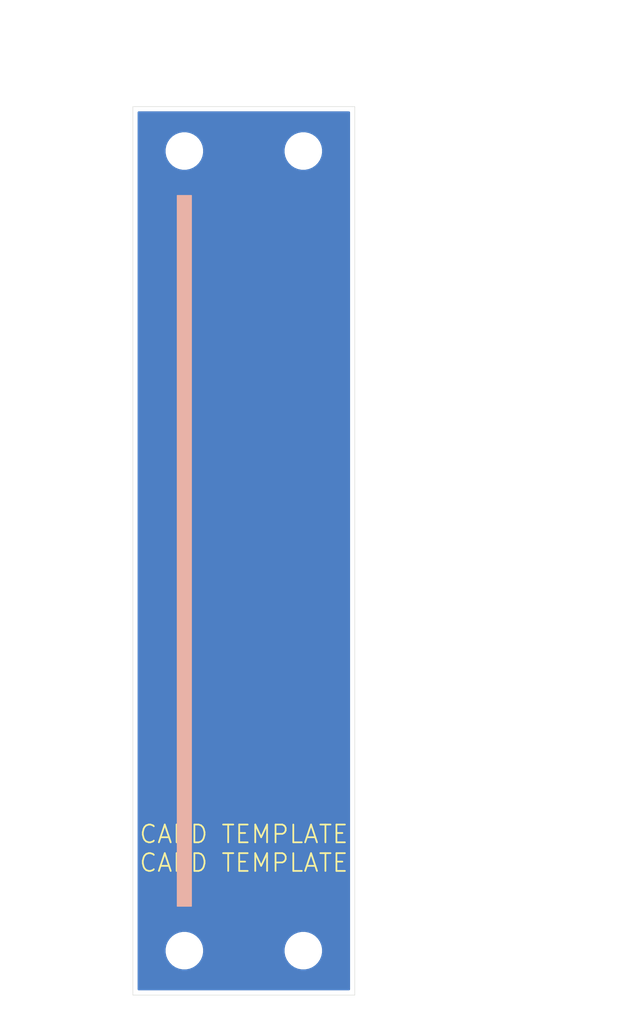
<source format=kicad_pcb>
(kicad_pcb (version 20171130) (host pcbnew 5.1.4)

  (general
    (thickness 1.6)
    (drawings 32)
    (tracks 0)
    (zones 0)
    (modules 5)
    (nets 1)
  )

  (page A4)
  (title_block
    (title "Alpha Card Template - Front Panel 1U")
    (rev 1)
    (company Halidelabs)
    (comment 1 halidelabs.eu)
    (comment 2 contact@halidelabs.eu)
  )

  (layers
    (0 F.Cu signal)
    (31 B.Cu signal)
    (32 B.Adhes user)
    (33 F.Adhes user)
    (34 B.Paste user)
    (35 F.Paste user)
    (36 B.SilkS user)
    (37 F.SilkS user)
    (38 B.Mask user)
    (39 F.Mask user)
    (40 Dwgs.User user)
    (41 Cmts.User user)
    (42 Eco1.User user)
    (43 Eco2.User user)
    (44 Edge.Cuts user)
    (45 Margin user)
    (46 B.CrtYd user)
    (47 F.CrtYd user)
    (48 B.Fab user)
    (49 F.Fab user)
  )

  (setup
    (last_trace_width 0.25)
    (trace_clearance 0.2)
    (zone_clearance 0.508)
    (zone_45_only no)
    (trace_min 0.2)
    (via_size 0.8)
    (via_drill 0.4)
    (via_min_size 0.4)
    (via_min_drill 0.3)
    (uvia_size 0.3)
    (uvia_drill 0.1)
    (uvias_allowed no)
    (uvia_min_size 0.2)
    (uvia_min_drill 0.1)
    (edge_width 0.05)
    (segment_width 0.2)
    (pcb_text_width 0.3)
    (pcb_text_size 1.5 1.5)
    (mod_edge_width 0.12)
    (mod_text_size 1 1)
    (mod_text_width 0.15)
    (pad_size 1.524 1.524)
    (pad_drill 0.762)
    (pad_to_mask_clearance 0.051)
    (solder_mask_min_width 0.25)
    (aux_axis_origin 0 0)
    (visible_elements FFFFFF7F)
    (pcbplotparams
      (layerselection 0x010fc_ffffffff)
      (usegerberextensions false)
      (usegerberattributes false)
      (usegerberadvancedattributes false)
      (creategerberjobfile false)
      (excludeedgelayer true)
      (linewidth 0.100000)
      (plotframeref false)
      (viasonmask false)
      (mode 1)
      (useauxorigin false)
      (hpglpennumber 1)
      (hpglpenspeed 20)
      (hpglpendiameter 15.000000)
      (psnegative false)
      (psa4output false)
      (plotreference true)
      (plotvalue true)
      (plotinvisibletext false)
      (padsonsilk false)
      (subtractmaskfromsilk false)
      (outputformat 1)
      (mirror false)
      (drillshape 1)
      (scaleselection 1)
      (outputdirectory ""))
  )

  (net 0 "")

  (net_class Default "To jest domyślna klasa połączeń."
    (clearance 0.2)
    (trace_width 0.25)
    (via_dia 0.8)
    (via_drill 0.4)
    (uvia_dia 0.3)
    (uvia_drill 0.1)
  )

  (module kicad-lib:halidelabs-logo-full (layer F.Cu) (tedit 5DBB0C1C) (tstamp 5DBB54DF)
    (at 142.5 120.8)
    (fp_text reference G*** (at 0 0) (layer F.SilkS) hide
      (effects (font (size 1.524 1.524) (thickness 0.3)))
    )
    (fp_text value LOGO (at 0.75 0) (layer F.SilkS) hide
      (effects (font (size 1.524 1.524) (thickness 0.3)))
    )
    (fp_poly (pts (xy 3.994175 -8.123049) (xy 4.030833 -8.103874) (xy 4.046072 -8.063993) (xy 4.040399 -7.996927)
      (xy 4.014321 -7.896194) (xy 3.968346 -7.755312) (xy 3.965434 -7.746807) (xy 3.925945 -7.630749)
      (xy 3.893277 -7.533053) (xy 3.870561 -7.463206) (xy 3.860928 -7.430697) (xy 3.8608 -7.429732)
      (xy 3.881266 -7.412227) (xy 3.933108 -7.381515) (xy 3.964925 -7.364712) (xy 4.062841 -7.303419)
      (xy 4.165034 -7.221252) (xy 4.25661 -7.131791) (xy 4.322675 -7.048614) (xy 4.33519 -7.027118)
      (xy 4.367244 -6.929265) (xy 4.369725 -6.82992) (xy 4.343014 -6.747925) (xy 4.329162 -6.729301)
      (xy 4.299517 -6.689464) (xy 4.294872 -6.669872) (xy 4.319265 -6.652257) (xy 4.376001 -6.613355)
      (xy 4.455099 -6.559975) (xy 4.501309 -6.529052) (xy 4.640897 -6.429061) (xy 4.734075 -6.346074)
      (xy 4.78189 -6.278968) (xy 4.785388 -6.226619) (xy 4.784581 -6.224726) (xy 4.771926 -6.177945)
      (xy 4.758815 -6.100988) (xy 4.751887 -6.0452) (xy 4.738698 -5.958939) (xy 4.718149 -5.909349)
      (xy 4.684064 -5.882314) (xy 4.679718 -5.880328) (xy 4.629586 -5.844436) (xy 4.608901 -5.812824)
      (xy 4.592373 -5.781398) (xy 4.560592 -5.758374) (xy 4.505745 -5.741872) (xy 4.420016 -5.730014)
      (xy 4.295593 -5.72092) (xy 4.207993 -5.716423) (xy 4.076642 -5.709227) (xy 3.986694 -5.701046)
      (xy 3.928759 -5.690108) (xy 3.893446 -5.674646) (xy 3.871443 -5.652996) (xy 3.842386 -5.592211)
      (xy 3.8354 -5.552395) (xy 3.824936 -5.509766) (xy 3.796531 -5.432877) (xy 3.754657 -5.333055)
      (xy 3.709359 -5.233399) (xy 3.663622 -5.133963) (xy 3.628266 -5.048833) (xy 3.600221 -4.966763)
      (xy 3.576415 -4.876504) (xy 3.553779 -4.766807) (xy 3.52924 -4.626424) (xy 3.507992 -4.4958)
      (xy 3.480298 -4.309989) (xy 3.453392 -4.106148) (xy 3.429587 -3.90344) (xy 3.411197 -3.721028)
      (xy 3.404231 -3.636318) (xy 3.362471 -3.222584) (xy 3.300796 -2.85067) (xy 3.219551 -2.522056)
      (xy 3.119079 -2.238224) (xy 3.041624 -2.074684) (xy 2.992203 -1.996188) (xy 2.917498 -1.894725)
      (xy 2.827784 -1.783603) (xy 2.736637 -1.679712) (xy 2.563519 -1.47844) (xy 2.402793 -1.266716)
      (xy 2.262426 -1.056124) (xy 2.150385 -0.858246) (xy 2.104518 -0.760874) (xy 2.057472 -0.658789)
      (xy 2.008743 -0.564439) (xy 1.967961 -0.496328) (xy 1.963702 -0.490306) (xy 1.901455 -0.414263)
      (xy 1.82723 -0.336842) (xy 1.75352 -0.269829) (xy 1.69282 -0.225013) (xy 1.671619 -0.214729)
      (xy 1.648178 -0.20125) (xy 1.627352 -0.17343) (xy 1.607656 -0.125546) (xy 1.587604 -0.051878)
      (xy 1.565712 0.053296) (xy 1.540494 0.195699) (xy 1.510465 0.38105) (xy 1.500513 0.4445)
      (xy 1.473234 0.613984) (xy 1.447364 0.759596) (xy 1.420119 0.8929) (xy 1.388715 1.025458)
      (xy 1.350368 1.168834) (xy 1.302294 1.334591) (xy 1.24171 1.534293) (xy 1.225325 1.5875)
      (xy 1.178935 1.794218) (xy 1.162549 2.021051) (xy 1.176088 2.275199) (xy 1.215031 2.54)
      (xy 1.238903 2.678174) (xy 1.260779 2.819129) (xy 1.27775 2.943371) (xy 1.285149 3.0099)
      (xy 1.300938 3.123416) (xy 1.329539 3.215626) (xy 1.379857 3.312549) (xy 1.400141 3.345827)
      (xy 1.44797 3.42433) (xy 1.482977 3.485007) (xy 1.498388 3.516063) (xy 1.4986 3.517277)
      (xy 1.474689 3.521987) (xy 1.408909 3.525966) (xy 1.310192 3.528891) (xy 1.187465 3.530438)
      (xy 1.1303 3.5306) (xy 0.986885 3.530365) (xy 0.88657 3.528863) (xy 0.821654 3.5249)
      (xy 0.784436 3.517281) (xy 0.767217 3.504809) (xy 0.762295 3.486291) (xy 0.762039 3.47345)
      (xy 0.773324 3.412986) (xy 0.800987 3.338852) (xy 0.806489 3.3274) (xy 0.829071 3.278544)
      (xy 0.83608 3.239909) (xy 0.825219 3.195613) (xy 0.79419 3.129776) (xy 0.771583 3.0861)
      (xy 0.716846 2.966082) (xy 0.67018 2.828785) (xy 0.628924 2.664463) (xy 0.590417 2.463368)
      (xy 0.573744 2.361269) (xy 0.549692 2.234221) (xy 0.514463 2.080892) (xy 0.47332 1.923071)
      (xy 0.441841 1.815169) (xy 0.385105 1.626681) (xy 0.342547 1.470085) (xy 0.31111 1.32949)
      (xy 0.287736 1.189001) (xy 0.269368 1.032726) (xy 0.252947 0.844771) (xy 0.25144 0.8255)
      (xy 0.242043 0.666455) (xy 0.23687 0.494309) (xy 0.235746 0.319686) (xy 0.238494 0.15321)
      (xy 0.244938 0.005507) (xy 0.254902 -0.112798) (xy 0.26821 -0.191081) (xy 0.268286 -0.191357)
      (xy 0.27166 -0.209036) (xy 0.266392 -0.221969) (xy 0.246045 -0.230709) (xy 0.204182 -0.23581)
      (xy 0.134366 -0.237825) (xy 0.030159 -0.237308) (xy -0.114876 -0.234812) (xy -0.213844 -0.232807)
      (xy -0.468037 -0.230424) (xy -0.683098 -0.235369) (xy -0.870302 -0.248662) (xy -1.040922 -0.271323)
      (xy -1.206234 -0.304371) (xy -1.319656 -0.332838) (xy -1.533723 -0.406233) (xy -1.731754 -0.504734)
      (xy -1.905652 -0.622604) (xy -2.04732 -0.754105) (xy -2.148658 -0.893499) (xy -2.169524 -0.934974)
      (xy -2.217882 -1.042212) (xy -2.298781 -0.827146) (xy -2.368963 -0.661842) (xy -2.44749 -0.526749)
      (xy -2.547574 -0.401512) (xy -2.631241 -0.31497) (xy -2.681874 -0.261648) (xy -2.717759 -0.210586)
      (xy -2.745248 -0.148031) (xy -2.770693 -0.060232) (xy -2.793687 0.036722) (xy -2.846098 0.229255)
      (xy -2.913091 0.398822) (xy -3.001197 0.556246) (xy -3.116949 0.712346) (xy -3.266878 0.877944)
      (xy -3.354148 0.9652) (xy -3.463288 1.081276) (xy -3.541772 1.191777) (xy -3.594145 1.308786)
      (xy -3.62495 1.444387) (xy -3.638733 1.610666) (xy -3.640721 1.7272) (xy -3.638587 1.852387)
      (xy -3.630904 1.974401) (xy -3.616219 2.105365) (xy -3.59308 2.257402) (xy -3.560037 2.442633)
      (xy -3.546427 2.5146) (xy -3.516553 2.670145) (xy -3.489157 2.81132) (xy -3.465938 2.929482)
      (xy -3.448595 3.015989) (xy -3.438828 3.062199) (xy -3.438278 3.064496) (xy -3.411116 3.112091)
      (xy -3.357518 3.170882) (xy -3.325345 3.198997) (xy -3.251947 3.268521) (xy -3.196151 3.341189)
      (xy -3.164618 3.405962) (xy -3.164012 3.451801) (xy -3.168807 3.458366) (xy -3.203317 3.468095)
      (xy -3.275549 3.474087) (xy -3.372509 3.475505) (xy -3.418618 3.474497) (xy -3.6449 3.4671)
      (xy -3.652558 3.388598) (xy -3.671039 3.330492) (xy -3.719431 3.25811) (xy -3.802785 3.16416)
      (xy -3.821339 3.144962) (xy -3.916187 3.037041) (xy -4.001262 2.91529) (xy -4.080377 2.772166)
      (xy -4.157348 2.600124) (xy -4.235987 2.391624) (xy -4.303091 2.192179) (xy -4.385988 1.920908)
      (xy -4.445513 1.685983) (xy -4.481615 1.478617) (xy -4.494241 1.290025) (xy -4.483338 1.111419)
      (xy -4.448853 0.934015) (xy -4.390735 0.749025) (xy -4.308931 0.547664) (xy -4.293047 0.51202)
      (xy -4.222436 0.336015) (xy -4.182037 0.180568) (xy -4.169187 0.02751) (xy -4.18122 -0.141328)
      (xy -4.1891 -0.196591) (xy -4.215722 -0.341618) (xy -4.253842 -0.513981) (xy -4.299756 -0.699691)
      (xy -4.349761 -0.884755) (xy -4.40015 -1.055184) (xy -4.447221 -1.196987) (xy -4.469467 -1.255529)
      (xy -4.511924 -1.375606) (xy -4.549554 -1.508692) (xy -4.571414 -1.611) (xy -4.597144 -1.73906)
      (xy -4.627264 -1.844728) (xy -4.658676 -1.919353) (xy -4.688278 -1.954284) (xy -4.694951 -1.9558)
      (xy -4.71801 -1.934179) (xy -4.737565 -1.88595) (xy -4.756237 -1.8161) (xy -4.789025 -1.8923)
      (xy -4.837574 -2.067131) (xy -4.843716 -2.259134) (xy -4.809983 -2.461795) (xy -4.738906 -2.668601)
      (xy -4.633018 -2.873035) (xy -4.49485 -3.068586) (xy -4.326936 -3.248737) (xy -4.228485 -3.334345)
      (xy -3.966491 -3.514447) (xy -3.66995 -3.662055) (xy -3.344037 -3.776339) (xy -2.993928 -3.856472)
      (xy -2.6248 -3.901623) (xy -2.241827 -3.910964) (xy -1.850186 -3.883667) (xy -1.455052 -3.818903)
      (xy -1.350119 -3.795285) (xy -1.118455 -3.740593) (xy -0.927378 -3.697059) (xy -0.768229 -3.663372)
      (xy -0.632348 -3.638225) (xy -0.511076 -3.620308) (xy -0.395753 -3.608313) (xy -0.277721 -3.600929)
      (xy -0.148318 -3.596848) (xy -0.0254 -3.595025) (xy 0.140839 -3.592689) (xy 0.270466 -3.588513)
      (xy 0.377665 -3.580778) (xy 0.476625 -3.567765) (xy 0.581532 -3.547755) (xy 0.706571 -3.519029)
      (xy 0.809455 -3.493857) (xy 0.961455 -3.457031) (xy 1.073456 -3.432236) (xy 1.15449 -3.418208)
      (xy 1.213587 -3.41368) (xy 1.25978 -3.417389) (xy 1.294966 -3.42587) (xy 1.388604 -3.462639)
      (xy 1.4649 -3.515235) (xy 1.527858 -3.590242) (xy 1.581481 -3.694249) (xy 1.629774 -3.833841)
      (xy 1.67674 -4.015605) (xy 1.690586 -4.0767) (xy 1.722625 -4.211634) (xy 1.765288 -4.377467)
      (xy 1.813886 -4.55666) (xy 1.863728 -4.731678) (xy 1.884169 -4.8006) (xy 1.928839 -4.949866)
      (xy 1.964777 -5.074041) (xy 1.993637 -5.182154) (xy 2.017075 -5.283234) (xy 2.036745 -5.386309)
      (xy 2.054302 -5.500408) (xy 2.0714 -5.634561) (xy 2.089695 -5.797795) (xy 2.110842 -5.99914)
      (xy 2.119886 -6.086717) (xy 2.149672 -6.35374) (xy 2.180836 -6.576365) (xy 2.216236 -6.760973)
      (xy 2.258725 -6.913946) (xy 2.311161 -7.041664) (xy 2.376398 -7.150508) (xy 2.457292 -7.246859)
      (xy 2.556699 -7.337098) (xy 2.677474 -7.427606) (xy 2.738745 -7.469578) (xy 2.863675 -7.558789)
      (xy 2.992512 -7.659677) (xy 3.108464 -7.758642) (xy 3.181529 -7.828179) (xy 3.281323 -7.924092)
      (xy 3.35539 -7.978906) (xy 3.406487 -7.993587) (xy 3.437372 -7.969101) (xy 3.449374 -7.921992)
      (xy 3.444808 -7.860851) (xy 3.424714 -7.776807) (xy 3.407364 -7.725359) (xy 3.383112 -7.654077)
      (xy 3.37238 -7.606584) (xy 3.375085 -7.594601) (xy 3.401475 -7.612384) (xy 3.452832 -7.659974)
      (xy 3.520915 -7.728735) (xy 3.597487 -7.810028) (xy 3.674307 -7.895216) (xy 3.743137 -7.97566)
      (xy 3.768786 -8.007351) (xy 3.833474 -8.080829) (xy 3.886136 -8.118157) (xy 3.93559 -8.128)
      (xy 3.994175 -8.123049)) (layer F.Cu) (width 0.01))
    (fp_poly (pts (xy -3.10715 4.963697) (xy -3.000961 5.010686) (xy -2.918689 5.102022) (xy -2.893376 5.148094)
      (xy -2.857417 5.273577) (xy -2.868429 5.393597) (xy -2.922976 5.498991) (xy -3.017625 5.580595)
      (xy -3.064149 5.603777) (xy -3.175613 5.634615) (xy -3.280745 5.624737) (xy -3.34595 5.601142)
      (xy -3.438399 5.534562) (xy -3.501442 5.432863) (xy -3.529556 5.305761) (xy -3.530506 5.276476)
      (xy -3.523909 5.1906) (xy -3.496792 5.12587) (xy -3.447178 5.064424) (xy -3.378959 5.00219)
      (xy -3.306705 4.970622) (xy -3.240181 4.959466) (xy -3.10715 4.963697)) (layer F.Cu) (width 0.01))
    (fp_poly (pts (xy -2.8956 8.128) (xy -3.5052 8.128) (xy -3.5052 5.9182) (xy -2.8956 5.9182)
      (xy -2.8956 8.128)) (layer F.Cu) (width 0.01))
    (fp_poly (pts (xy -9.525 6.223) (xy -8.2804 6.223) (xy -8.2804 4.953) (xy -7.62 4.953)
      (xy -7.62 8.128) (xy -8.2804 8.128) (xy -8.2804 6.858) (xy -9.525 6.858)
      (xy -9.525 8.128) (xy -10.16 8.128) (xy -10.16 4.953) (xy -9.525 4.953)
      (xy -9.525 6.223)) (layer F.Cu) (width 0.01))
    (fp_poly (pts (xy 9.395388 5.908332) (xy 9.486291 5.916876) (xy 9.560921 5.934567) (xy 9.636492 5.964382)
      (xy 9.653159 5.972027) (xy 9.830584 6.076198) (xy 9.963052 6.202241) (xy 10.034182 6.314341)
      (xy 10.06378 6.382036) (xy 10.078377 6.428933) (xy 10.077825 6.440641) (xy 10.049715 6.452493)
      (xy 9.984391 6.474296) (xy 9.893543 6.502239) (xy 9.845432 6.516386) (xy 9.62483 6.580341)
      (xy 9.540166 6.49057) (xy 9.485856 6.438284) (xy 9.436716 6.411498) (xy 9.371524 6.401847)
      (xy 9.31245 6.4008) (xy 9.215983 6.406243) (xy 9.153365 6.425377) (xy 9.1186 6.4516)
      (xy 9.078843 6.502208) (xy 9.069908 6.548118) (xy 9.095279 6.592472) (xy 9.158438 6.638414)
      (xy 9.262871 6.689089) (xy 9.41206 6.747638) (xy 9.469861 6.768565) (xy 9.685213 6.852896)
      (xy 9.854298 6.937541) (xy 9.981485 7.02689) (xy 10.071144 7.125332) (xy 10.127645 7.237254)
      (xy 10.155355 7.367047) (xy 10.16 7.461797) (xy 10.136268 7.63801) (xy 10.067108 7.794919)
      (xy 9.955574 7.92839) (xy 9.80472 8.034292) (xy 9.7028 8.080549) (xy 9.558845 8.119167)
      (xy 9.387347 8.140575) (xy 9.208911 8.14377) (xy 9.044138 8.127751) (xy 8.985506 8.115445)
      (xy 8.883118 8.08468) (xy 8.782483 8.046878) (xy 8.736711 8.025946) (xy 8.639077 7.966256)
      (xy 8.545939 7.892129) (xy 8.464864 7.811975) (xy 8.403417 7.734202) (xy 8.369163 7.667218)
      (xy 8.369668 7.619432) (xy 8.370182 7.618571) (xy 8.398686 7.596439) (xy 8.461568 7.55882)
      (xy 8.547466 7.512333) (xy 8.58882 7.491179) (xy 8.7918 7.389123) (xy 8.878666 7.465392)
      (xy 9.006884 7.545255) (xy 9.159544 7.585387) (xy 9.307795 7.585237) (xy 9.412828 7.560475)
      (xy 9.48496 7.517854) (xy 9.517443 7.462643) (xy 9.514538 7.423852) (xy 9.500862 7.394737)
      (xy 9.475009 7.368553) (xy 9.429364 7.341329) (xy 9.356314 7.309094) (xy 9.248244 7.267879)
      (xy 9.141568 7.229377) (xy 9.024246 7.185869) (xy 8.912412 7.141537) (xy 8.823007 7.103213)
      (xy 8.791264 7.088061) (xy 8.637341 6.985741) (xy 8.525269 6.861027) (xy 8.456158 6.720256)
      (xy 8.431124 6.569766) (xy 8.451278 6.415893) (xy 8.517735 6.264973) (xy 8.623252 6.13163)
      (xy 8.734878 6.034916) (xy 8.852797 5.968221) (xy 8.988746 5.927457) (xy 9.154461 5.908534)
      (xy 9.271 5.905958) (xy 9.395388 5.908332)) (layer F.Cu) (width 0.01))
    (fp_poly (pts (xy 6.623524 5.517062) (xy 6.630348 6.093825) (xy 6.722498 6.03129) (xy 6.892533 5.945362)
      (xy 7.080751 5.901164) (xy 7.278458 5.897318) (xy 7.47696 5.932448) (xy 7.667562 6.005177)
      (xy 7.841569 6.114127) (xy 7.964398 6.228003) (xy 8.066719 6.369383) (xy 8.152879 6.543059)
      (xy 8.21499 6.731208) (xy 8.237684 6.845383) (xy 8.24889 7.073506) (xy 8.219137 7.296414)
      (xy 8.15207 7.507044) (xy 8.051335 7.698335) (xy 7.920575 7.863224) (xy 7.763437 7.99465)
      (xy 7.600865 8.079108) (xy 7.498143 8.108605) (xy 7.370445 8.130804) (xy 7.234067 8.144384)
      (xy 7.105304 8.148024) (xy 7.000453 8.140402) (xy 6.959435 8.131113) (xy 6.867578 8.094328)
      (xy 6.771305 8.045538) (xy 6.693023 7.996499) (xy 6.67385 7.9813) (xy 6.64483 7.960248)
      (xy 6.632296 7.972022) (xy 6.62942 8.025018) (xy 6.6294 8.035945) (xy 6.6294 8.129563)
      (xy 6.31825 8.122431) (xy 6.0071 8.1153) (xy 6.0071 7.076559) (xy 6.629282 7.076559)
      (xy 6.657263 7.224929) (xy 6.715782 7.358563) (xy 6.802839 7.46819) (xy 6.91644 7.544541)
      (xy 6.9469 7.556698) (xy 7.067959 7.58807) (xy 7.179298 7.587618) (xy 7.271444 7.567672)
      (xy 7.404647 7.505856) (xy 7.509157 7.405164) (xy 7.58166 7.270727) (xy 7.618842 7.107673)
      (xy 7.623175 7.0231) (xy 7.615765 6.916118) (xy 7.596696 6.812026) (xy 7.580858 6.761204)
      (xy 7.50704 6.637083) (xy 7.403493 6.544384) (xy 7.279809 6.484555) (xy 7.145577 6.459041)
      (xy 7.010389 6.469288) (xy 6.883835 6.516742) (xy 6.775505 6.602848) (xy 6.74852 6.635723)
      (xy 6.672913 6.772686) (xy 6.633833 6.922721) (xy 6.629282 7.076559) (xy 6.0071 7.076559)
      (xy 6.0071 4.9403) (xy 6.6167 4.9403) (xy 6.623524 5.517062)) (layer F.Cu) (width 0.01))
    (fp_poly (pts (xy 5.068015 5.929354) (xy 5.162402 5.956849) (xy 5.30605 6.030625) (xy 5.437929 6.141296)
      (xy 5.543644 6.275028) (xy 5.592458 6.370124) (xy 5.608656 6.412607) (xy 5.621621 6.454574)
      (xy 5.631787 6.502226) (xy 5.639588 6.561763) (xy 5.645457 6.639386) (xy 5.649828 6.741296)
      (xy 5.653134 6.873694) (xy 5.65581 7.042779) (xy 5.658288 7.254754) (xy 5.658994 7.32155)
      (xy 5.667425 8.128) (xy 5.0546 8.128) (xy 5.0546 8.022463) (xy 5.052935 7.95772)
      (xy 5.044014 7.935315) (xy 5.021943 7.946804) (xy 5.009461 7.957776) (xy 4.963034 7.989682)
      (xy 4.887545 8.031698) (xy 4.812611 8.068457) (xy 4.720226 8.106034) (xy 4.630767 8.128938)
      (xy 4.524213 8.141226) (xy 4.4323 8.145574) (xy 4.273329 8.144323) (xy 4.146625 8.13026)
      (xy 4.095033 8.117499) (xy 3.944178 8.044268) (xy 3.827022 7.93788) (xy 3.746308 7.80545)
      (xy 3.704775 7.654098) (xy 3.705166 7.490941) (xy 3.708665 7.477903) (xy 4.326991 7.477903)
      (xy 4.330008 7.557885) (xy 4.3688 7.62) (xy 4.432006 7.653848) (xy 4.525534 7.670445)
      (xy 4.631524 7.668649) (xy 4.73212 7.647319) (xy 4.741796 7.643842) (xy 4.852913 7.577059)
      (xy 4.946752 7.472893) (xy 5.012105 7.344399) (xy 5.019878 7.320036) (xy 5.039773 7.244041)
      (xy 5.049699 7.190394) (xy 5.04895 7.174083) (xy 5.019411 7.173857) (xy 4.953087 7.185596)
      (xy 4.861713 7.206228) (xy 4.757028 7.232679) (xy 4.650768 7.261876) (xy 4.554671 7.290746)
      (xy 4.480473 7.316216) (xy 4.444168 7.332431) (xy 4.365979 7.399188) (xy 4.326991 7.477903)
      (xy 3.708665 7.477903) (xy 3.75022 7.323098) (xy 3.771137 7.276383) (xy 3.830132 7.176507)
      (xy 3.904523 7.09308) (xy 4.000861 7.022482) (xy 4.125696 6.961095) (xy 4.285577 6.905297)
      (xy 4.487054 6.851471) (xy 4.578584 6.830172) (xy 4.742539 6.79134) (xy 4.862605 6.757626)
      (xy 4.945044 6.726038) (xy 4.996115 6.693588) (xy 5.02208 6.657285) (xy 5.0292 6.614959)
      (xy 5.005945 6.535094) (xy 4.943042 6.469861) (xy 4.850784 6.424584) (xy 4.739462 6.404587)
      (xy 4.636247 6.411683) (xy 4.547764 6.444245) (xy 4.46311 6.501167) (xy 4.400034 6.56885)
      (xy 4.3803 6.607779) (xy 4.37245 6.630011) (xy 4.360163 6.643875) (xy 4.335312 6.648947)
      (xy 4.289772 6.644803) (xy 4.215416 6.631021) (xy 4.104118 6.607178) (xy 4.021904 6.589114)
      (xy 3.928853 6.567846) (xy 3.876038 6.550941) (xy 3.854039 6.532044) (xy 3.853435 6.504797)
      (xy 3.859985 6.47984) (xy 3.924947 6.33416) (xy 4.029533 6.19497) (xy 4.162897 6.074558)
      (xy 4.283724 5.999652) (xy 4.458335 5.935798) (xy 4.658063 5.902271) (xy 4.866694 5.899859)
      (xy 5.068015 5.929354)) (layer F.Cu) (width 0.01))
    (fp_poly (pts (xy 2.820833 6.02615) (xy 2.82131 6.337001) (xy 2.822233 6.601067) (xy 2.823932 6.822365)
      (xy 2.826734 7.00491) (xy 2.830968 7.152716) (xy 2.836962 7.269801) (xy 2.845045 7.360178)
      (xy 2.855544 7.427864) (xy 2.868789 7.476873) (xy 2.885108 7.511223) (xy 2.904828 7.534927)
      (xy 2.928279 7.552002) (xy 2.9464 7.561813) (xy 3.004427 7.577633) (xy 3.09967 7.58887)
      (xy 3.218638 7.594048) (xy 3.242682 7.594225) (xy 3.475465 7.5946) (xy 3.491211 7.79145)
      (xy 3.500257 7.896036) (xy 3.509474 7.988851) (xy 3.517018 8.051487) (xy 3.517684 8.055852)
      (xy 3.512886 8.117297) (xy 3.489328 8.138402) (xy 3.436795 8.147556) (xy 3.345501 8.152819)
      (xy 3.227311 8.15451) (xy 3.094088 8.152943) (xy 2.957697 8.148436) (xy 2.830003 8.141304)
      (xy 2.722869 8.131864) (xy 2.64816 8.120432) (xy 2.630368 8.1155) (xy 2.524049 8.06887)
      (xy 2.442972 8.0086) (xy 2.374354 7.922452) (xy 2.3114 7.810135) (xy 2.2225 7.634003)
      (xy 2.214996 6.166501) (xy 2.207492 4.699) (xy 2.8194 4.699) (xy 2.820833 6.02615)) (layer F.Cu) (width 0.01))
    (fp_poly (pts (xy 1.07391 5.906834) (xy 1.241617 5.927084) (xy 1.376721 5.964719) (xy 1.554116 6.062017)
      (xy 1.707258 6.199216) (xy 1.832427 6.369752) (xy 1.925904 6.567059) (xy 1.983968 6.784575)
      (xy 2.002899 7.015734) (xy 2.001471 7.067192) (xy 1.9939 7.2263) (xy 1.263332 7.23304)
      (xy 0.532765 7.23978) (xy 0.584384 7.340961) (xy 0.668564 7.45446) (xy 0.781675 7.533944)
      (xy 0.913441 7.577699) (xy 1.053585 7.584009) (xy 1.191828 7.551159) (xy 1.317894 7.477434)
      (xy 1.331798 7.465686) (xy 1.418329 7.389711) (xy 1.661664 7.510588) (xy 1.761195 7.562636)
      (xy 1.841047 7.609354) (xy 1.891759 7.644891) (xy 1.905 7.661085) (xy 1.884685 7.711936)
      (xy 1.830013 7.780087) (xy 1.750389 7.85704) (xy 1.655222 7.934303) (xy 1.553916 8.003378)
      (xy 1.480993 8.044) (xy 1.381372 8.090818) (xy 1.301267 8.119711) (xy 1.220424 8.135514)
      (xy 1.118592 8.143067) (xy 1.057534 8.145148) (xy 0.919589 8.144175) (xy 0.796156 8.134367)
      (xy 0.708468 8.117999) (xy 0.493326 8.030941) (xy 0.305778 7.904491) (xy 0.149524 7.744087)
      (xy 0.028261 7.555166) (xy -0.054311 7.343165) (xy -0.094494 7.11352) (xy -0.094877 6.936996)
      (xy -0.073127 6.8072) (xy 0.536042 6.8072) (xy 1.419757 6.8072) (xy 1.392909 6.730184)
      (xy 1.329731 6.621014) (xy 1.230114 6.532473) (xy 1.106977 6.473177) (xy 0.97534 6.451741)
      (xy 0.860452 6.472571) (xy 0.745037 6.528584) (xy 0.644576 6.609196) (xy 0.574549 6.70382)
      (xy 0.56125 6.734887) (xy 0.536042 6.8072) (xy -0.073127 6.8072) (xy -0.055194 6.700186)
      (xy 0.027171 6.483434) (xy 0.148523 6.291998) (xy 0.30517 6.131139) (xy 0.493418 6.006115)
      (xy 0.589787 5.962014) (xy 0.729243 5.924234) (xy 0.896868 5.905862) (xy 1.07391 5.906834)) (layer F.Cu) (width 0.01))
    (fp_poly (pts (xy -0.3556 8.128) (xy -0.962134 8.128) (xy -0.9779 7.94914) (xy -1.067495 8.010242)
      (xy -1.228731 8.091985) (xy -1.415392 8.139761) (xy -1.613623 8.15182) (xy -1.809571 8.126415)
      (xy -1.866264 8.111096) (xy -2.065462 8.024563) (xy -2.237326 7.898036) (xy -2.378757 7.736167)
      (xy -2.48666 7.543608) (xy -2.557934 7.325011) (xy -2.589483 7.085027) (xy -2.5908 7.0231)
      (xy -2.585748 6.964455) (xy -1.981641 6.964455) (xy -1.978589 7.120477) (xy -1.944423 7.269009)
      (xy -1.878931 7.397979) (xy -1.821859 7.463415) (xy -1.696986 7.545146) (xy -1.550985 7.584785)
      (xy -1.394233 7.580091) (xy -1.339156 7.567672) (xy -1.217272 7.509966) (xy -1.110715 7.415168)
      (xy -1.034447 7.296982) (xy -1.028543 7.283126) (xy -0.995693 7.153874) (xy -0.986766 7.003731)
      (xy -1.00176 6.856622) (xy -1.028543 6.763073) (xy -1.10564 6.634081) (xy -1.213373 6.538473)
      (xy -1.342157 6.478603) (xy -1.482406 6.456823) (xy -1.624535 6.475486) (xy -1.758961 6.536944)
      (xy -1.806226 6.572175) (xy -1.895247 6.678232) (xy -1.953789 6.813017) (xy -1.981641 6.964455)
      (xy -2.585748 6.964455) (xy -2.569254 6.772994) (xy -2.505977 6.546144) (xy -2.403011 6.346051)
      (xy -2.262399 6.176219) (xy -2.086183 6.040151) (xy -1.986299 5.986315) (xy -1.899723 5.947731)
      (xy -1.827382 5.923853) (xy -1.751434 5.911212) (xy -1.654036 5.906335) (xy -1.571837 5.905686)
      (xy -1.454602 5.906831) (xy -1.370634 5.913025) (xy -1.302413 5.928086) (xy -1.23242 5.955834)
      (xy -1.146387 5.998417) (xy -0.9652 6.091335) (xy -0.9652 4.9276) (xy -0.3556 4.9276)
      (xy -0.3556 8.128)) (layer F.Cu) (width 0.01))
    (fp_poly (pts (xy -4.4196 6.087003) (xy -4.416756 6.386893) (xy -4.414101 6.640117) (xy -4.411461 6.850806)
      (xy -4.408659 7.023094) (xy -4.40552 7.161111) (xy -4.401868 7.268992) (xy -4.397529 7.350867)
      (xy -4.392327 7.41087) (xy -4.386086 7.453132) (xy -4.378632 7.481785) (xy -4.369787 7.500962)
      (xy -4.359378 7.514796) (xy -4.358963 7.515256) (xy -4.318891 7.548801) (xy -4.263309 7.572422)
      (xy -4.182672 7.588232) (xy -4.067434 7.598347) (xy -3.9624 7.603125) (xy -3.7719 7.60991)
      (xy -3.751364 7.860187) (xy -3.742953 7.981824) (xy -3.741845 8.061749) (xy -3.748442 8.108581)
      (xy -3.763149 8.130939) (xy -3.764064 8.131543) (xy -3.805001 8.14099) (xy -3.885504 8.147309)
      (xy -3.994445 8.150657) (xy -4.120696 8.151191) (xy -4.253131 8.149069) (xy -4.380621 8.144448)
      (xy -4.492039 8.137485) (xy -4.576257 8.128338) (xy -4.616733 8.119494) (xy -4.761144 8.041085)
      (xy -4.876097 7.921291) (xy -4.961591 7.760112) (xy -5.017624 7.557551) (xy -5.030126 7.478028)
      (xy -5.036228 7.402926) (xy -5.04131 7.280797) (xy -5.045321 7.115404) (xy -5.048214 6.910512)
      (xy -5.04994 6.669882) (xy -5.050451 6.397281) (xy -5.049699 6.096469) (xy -5.049181 5.9944)
      (xy -5.0419 4.7117) (xy -4.4323 4.7117) (xy -4.4196 6.087003)) (layer F.Cu) (width 0.01))
    (fp_poly (pts (xy -6.065174 5.919574) (xy -5.923049 5.952447) (xy -5.919479 5.953675) (xy -5.771943 6.028507)
      (xy -5.636206 6.140607) (xy -5.52683 6.276516) (xy -5.482853 6.35727) (xy -5.466345 6.395383)
      (xy -5.453116 6.432745) (xy -5.442736 6.475389) (xy -5.434772 6.529351) (xy -5.428793 6.600663)
      (xy -5.424366 6.69536) (xy -5.421059 6.819476) (xy -5.418441 6.979044) (xy -5.416081 7.180099)
      (xy -5.414753 7.30885) (xy -5.406465 8.128) (xy -6.0198 8.128) (xy -6.0198 7.922214)
      (xy -6.107923 7.989428) (xy -6.235899 8.061704) (xy -6.396341 8.114332) (xy -6.573984 8.145065)
      (xy -6.753567 8.151656) (xy -6.919827 8.13186) (xy -6.975683 8.117156) (xy -7.130769 8.045523)
      (xy -7.247904 7.940607) (xy -7.325625 7.804473) (xy -7.362468 7.639184) (xy -7.365443 7.56753)
      (xy -7.361787 7.536272) (xy -6.752551 7.536272) (xy -6.719294 7.605151) (xy -6.7056 7.62)
      (xy -6.642388 7.653852) (xy -6.548866 7.670445) (xy -6.442902 7.668639) (xy -6.34236 7.647295)
      (xy -6.332604 7.643784) (xy -6.2125 7.572436) (xy -6.116206 7.462812) (xy -6.051304 7.324771)
      (xy -6.03433 7.255841) (xy -6.025731 7.193713) (xy -6.033287 7.169153) (xy -6.060916 7.170422)
      (xy -6.062685 7.170896) (xy -6.106534 7.182004) (xy -6.186361 7.201524) (xy -6.28871 7.226179)
      (xy -6.35 7.240807) (xy -6.473261 7.272709) (xy -6.559379 7.302624) (xy -6.621437 7.336188)
      (xy -6.672517 7.37904) (xy -6.67385 7.380363) (xy -6.737572 7.462621) (xy -6.752551 7.536272)
      (xy -7.361787 7.536272) (xy -7.344279 7.386589) (xy -7.281128 7.232752) (xy -7.174495 7.103732)
      (xy -7.022889 6.997241) (xy -6.978333 6.974138) (xy -6.902374 6.943714) (xy -6.790922 6.907591)
      (xy -6.658293 6.870054) (xy -6.518802 6.835392) (xy -6.502739 6.831732) (xy -6.33873 6.793122)
      (xy -6.218385 6.759945) (xy -6.135299 6.729033) (xy -6.083069 6.697215) (xy -6.055292 6.661322)
      (xy -6.045564 6.618185) (xy -6.0452 6.605257) (xy -6.068406 6.527349) (xy -6.131451 6.464732)
      (xy -6.224477 6.422175) (xy -6.337624 6.404444) (xy -6.443444 6.412676) (xy -6.519786 6.442768)
      (xy -6.601391 6.498079) (xy -6.670468 6.564311) (xy -6.708844 6.625978) (xy -6.722455 6.641824)
      (xy -6.755649 6.646036) (xy -6.818216 6.638221) (xy -6.919951 6.61799) (xy -6.922477 6.617451)
      (xy -7.046314 6.590718) (xy -7.128858 6.571063) (xy -7.178483 6.554905) (xy -7.203565 6.538661)
      (xy -7.212479 6.51875) (xy -7.2136 6.492961) (xy -7.192039 6.405258) (xy -7.133111 6.305028)
      (xy -7.045447 6.201299) (xy -6.937679 6.103098) (xy -6.818441 6.019454) (xy -6.707616 5.963749)
      (xy -6.572791 5.926827) (xy -6.408483 5.907) (xy -6.233132 5.904504) (xy -6.065174 5.919574)) (layer F.Cu) (width 0.01))
    (fp_poly (pts (xy -2.8956 8.128) (xy -3.5052 8.128) (xy -3.5052 5.9182) (xy -2.8956 5.9182)
      (xy -2.8956 8.128)) (layer F.Mask) (width 0.01))
    (fp_poly (pts (xy -3.10715 4.963697) (xy -3.000961 5.010686) (xy -2.918689 5.102022) (xy -2.893376 5.148094)
      (xy -2.857417 5.273577) (xy -2.868429 5.393597) (xy -2.922976 5.498991) (xy -3.017625 5.580595)
      (xy -3.064149 5.603777) (xy -3.175613 5.634615) (xy -3.280745 5.624737) (xy -3.34595 5.601142)
      (xy -3.438399 5.534562) (xy -3.501442 5.432863) (xy -3.529556 5.305761) (xy -3.530506 5.276476)
      (xy -3.523909 5.1906) (xy -3.496792 5.12587) (xy -3.447178 5.064424) (xy -3.378959 5.00219)
      (xy -3.306705 4.970622) (xy -3.240181 4.959466) (xy -3.10715 4.963697)) (layer F.Mask) (width 0.01))
    (fp_poly (pts (xy -4.4196 6.087003) (xy -4.416756 6.386893) (xy -4.414101 6.640117) (xy -4.411461 6.850806)
      (xy -4.408659 7.023094) (xy -4.40552 7.161111) (xy -4.401868 7.268992) (xy -4.397529 7.350867)
      (xy -4.392327 7.41087) (xy -4.386086 7.453132) (xy -4.378632 7.481785) (xy -4.369787 7.500962)
      (xy -4.359378 7.514796) (xy -4.358963 7.515256) (xy -4.318891 7.548801) (xy -4.263309 7.572422)
      (xy -4.182672 7.588232) (xy -4.067434 7.598347) (xy -3.9624 7.603125) (xy -3.7719 7.60991)
      (xy -3.751364 7.860187) (xy -3.742953 7.981824) (xy -3.741845 8.061749) (xy -3.748442 8.108581)
      (xy -3.763149 8.130939) (xy -3.764064 8.131543) (xy -3.805001 8.14099) (xy -3.885504 8.147309)
      (xy -3.994445 8.150657) (xy -4.120696 8.151191) (xy -4.253131 8.149069) (xy -4.380621 8.144448)
      (xy -4.492039 8.137485) (xy -4.576257 8.128338) (xy -4.616733 8.119494) (xy -4.761144 8.041085)
      (xy -4.876097 7.921291) (xy -4.961591 7.760112) (xy -5.017624 7.557551) (xy -5.030126 7.478028)
      (xy -5.036228 7.402926) (xy -5.04131 7.280797) (xy -5.045321 7.115404) (xy -5.048214 6.910512)
      (xy -5.04994 6.669882) (xy -5.050451 6.397281) (xy -5.049699 6.096469) (xy -5.049181 5.9944)
      (xy -5.0419 4.7117) (xy -4.4323 4.7117) (xy -4.4196 6.087003)) (layer F.Mask) (width 0.01))
    (fp_poly (pts (xy 9.395388 5.908332) (xy 9.486291 5.916876) (xy 9.560921 5.934567) (xy 9.636492 5.964382)
      (xy 9.653159 5.972027) (xy 9.830584 6.076198) (xy 9.963052 6.202241) (xy 10.034182 6.314341)
      (xy 10.06378 6.382036) (xy 10.078377 6.428933) (xy 10.077825 6.440641) (xy 10.049715 6.452493)
      (xy 9.984391 6.474296) (xy 9.893543 6.502239) (xy 9.845432 6.516386) (xy 9.62483 6.580341)
      (xy 9.540166 6.49057) (xy 9.485856 6.438284) (xy 9.436716 6.411498) (xy 9.371524 6.401847)
      (xy 9.31245 6.4008) (xy 9.215983 6.406243) (xy 9.153365 6.425377) (xy 9.1186 6.4516)
      (xy 9.078843 6.502208) (xy 9.069908 6.548118) (xy 9.095279 6.592472) (xy 9.158438 6.638414)
      (xy 9.262871 6.689089) (xy 9.41206 6.747638) (xy 9.469861 6.768565) (xy 9.685213 6.852896)
      (xy 9.854298 6.937541) (xy 9.981485 7.02689) (xy 10.071144 7.125332) (xy 10.127645 7.237254)
      (xy 10.155355 7.367047) (xy 10.16 7.461797) (xy 10.136268 7.63801) (xy 10.067108 7.794919)
      (xy 9.955574 7.92839) (xy 9.80472 8.034292) (xy 9.7028 8.080549) (xy 9.558845 8.119167)
      (xy 9.387347 8.140575) (xy 9.208911 8.14377) (xy 9.044138 8.127751) (xy 8.985506 8.115445)
      (xy 8.883118 8.08468) (xy 8.782483 8.046878) (xy 8.736711 8.025946) (xy 8.639077 7.966256)
      (xy 8.545939 7.892129) (xy 8.464864 7.811975) (xy 8.403417 7.734202) (xy 8.369163 7.667218)
      (xy 8.369668 7.619432) (xy 8.370182 7.618571) (xy 8.398686 7.596439) (xy 8.461568 7.55882)
      (xy 8.547466 7.512333) (xy 8.58882 7.491179) (xy 8.7918 7.389123) (xy 8.878666 7.465392)
      (xy 9.006884 7.545255) (xy 9.159544 7.585387) (xy 9.307795 7.585237) (xy 9.412828 7.560475)
      (xy 9.48496 7.517854) (xy 9.517443 7.462643) (xy 9.514538 7.423852) (xy 9.500862 7.394737)
      (xy 9.475009 7.368553) (xy 9.429364 7.341329) (xy 9.356314 7.309094) (xy 9.248244 7.267879)
      (xy 9.141568 7.229377) (xy 9.024246 7.185869) (xy 8.912412 7.141537) (xy 8.823007 7.103213)
      (xy 8.791264 7.088061) (xy 8.637341 6.985741) (xy 8.525269 6.861027) (xy 8.456158 6.720256)
      (xy 8.431124 6.569766) (xy 8.451278 6.415893) (xy 8.517735 6.264973) (xy 8.623252 6.13163)
      (xy 8.734878 6.034916) (xy 8.852797 5.968221) (xy 8.988746 5.927457) (xy 9.154461 5.908534)
      (xy 9.271 5.905958) (xy 9.395388 5.908332)) (layer F.Mask) (width 0.01))
    (fp_poly (pts (xy 3.994175 -8.123049) (xy 4.030833 -8.103874) (xy 4.046072 -8.063993) (xy 4.040399 -7.996927)
      (xy 4.014321 -7.896194) (xy 3.968346 -7.755312) (xy 3.965434 -7.746807) (xy 3.925945 -7.630749)
      (xy 3.893277 -7.533053) (xy 3.870561 -7.463206) (xy 3.860928 -7.430697) (xy 3.8608 -7.429732)
      (xy 3.881266 -7.412227) (xy 3.933108 -7.381515) (xy 3.964925 -7.364712) (xy 4.062841 -7.303419)
      (xy 4.165034 -7.221252) (xy 4.25661 -7.131791) (xy 4.322675 -7.048614) (xy 4.33519 -7.027118)
      (xy 4.367244 -6.929265) (xy 4.369725 -6.82992) (xy 4.343014 -6.747925) (xy 4.329162 -6.729301)
      (xy 4.299517 -6.689464) (xy 4.294872 -6.669872) (xy 4.319265 -6.652257) (xy 4.376001 -6.613355)
      (xy 4.455099 -6.559975) (xy 4.501309 -6.529052) (xy 4.640897 -6.429061) (xy 4.734075 -6.346074)
      (xy 4.78189 -6.278968) (xy 4.785388 -6.226619) (xy 4.784581 -6.224726) (xy 4.771926 -6.177945)
      (xy 4.758815 -6.100988) (xy 4.751887 -6.0452) (xy 4.738698 -5.958939) (xy 4.718149 -5.909349)
      (xy 4.684064 -5.882314) (xy 4.679718 -5.880328) (xy 4.629586 -5.844436) (xy 4.608901 -5.812824)
      (xy 4.592373 -5.781398) (xy 4.560592 -5.758374) (xy 4.505745 -5.741872) (xy 4.420016 -5.730014)
      (xy 4.295593 -5.72092) (xy 4.207993 -5.716423) (xy 4.076642 -5.709227) (xy 3.986694 -5.701046)
      (xy 3.928759 -5.690108) (xy 3.893446 -5.674646) (xy 3.871443 -5.652996) (xy 3.842386 -5.592211)
      (xy 3.8354 -5.552395) (xy 3.824936 -5.509766) (xy 3.796531 -5.432877) (xy 3.754657 -5.333055)
      (xy 3.709359 -5.233399) (xy 3.663622 -5.133963) (xy 3.628266 -5.048833) (xy 3.600221 -4.966763)
      (xy 3.576415 -4.876504) (xy 3.553779 -4.766807) (xy 3.52924 -4.626424) (xy 3.507992 -4.4958)
      (xy 3.480298 -4.309989) (xy 3.453392 -4.106148) (xy 3.429587 -3.90344) (xy 3.411197 -3.721028)
      (xy 3.404231 -3.636318) (xy 3.362471 -3.222584) (xy 3.300796 -2.85067) (xy 3.219551 -2.522056)
      (xy 3.119079 -2.238224) (xy 3.041624 -2.074684) (xy 2.992203 -1.996188) (xy 2.917498 -1.894725)
      (xy 2.827784 -1.783603) (xy 2.736637 -1.679712) (xy 2.563519 -1.47844) (xy 2.402793 -1.266716)
      (xy 2.262426 -1.056124) (xy 2.150385 -0.858246) (xy 2.104518 -0.760874) (xy 2.057472 -0.658789)
      (xy 2.008743 -0.564439) (xy 1.967961 -0.496328) (xy 1.963702 -0.490306) (xy 1.901455 -0.414263)
      (xy 1.82723 -0.336842) (xy 1.75352 -0.269829) (xy 1.69282 -0.225013) (xy 1.671619 -0.214729)
      (xy 1.648178 -0.20125) (xy 1.627352 -0.17343) (xy 1.607656 -0.125546) (xy 1.587604 -0.051878)
      (xy 1.565712 0.053296) (xy 1.540494 0.195699) (xy 1.510465 0.38105) (xy 1.500513 0.4445)
      (xy 1.473234 0.613984) (xy 1.447364 0.759596) (xy 1.420119 0.8929) (xy 1.388715 1.025458)
      (xy 1.350368 1.168834) (xy 1.302294 1.334591) (xy 1.24171 1.534293) (xy 1.225325 1.5875)
      (xy 1.178935 1.794218) (xy 1.162549 2.021051) (xy 1.176088 2.275199) (xy 1.215031 2.54)
      (xy 1.238903 2.678174) (xy 1.260779 2.819129) (xy 1.27775 2.943371) (xy 1.285149 3.0099)
      (xy 1.300938 3.123416) (xy 1.329539 3.215626) (xy 1.379857 3.312549) (xy 1.400141 3.345827)
      (xy 1.44797 3.42433) (xy 1.482977 3.485007) (xy 1.498388 3.516063) (xy 1.4986 3.517277)
      (xy 1.474689 3.521987) (xy 1.408909 3.525966) (xy 1.310192 3.528891) (xy 1.187465 3.530438)
      (xy 1.1303 3.5306) (xy 0.986885 3.530365) (xy 0.88657 3.528863) (xy 0.821654 3.5249)
      (xy 0.784436 3.517281) (xy 0.767217 3.504809) (xy 0.762295 3.486291) (xy 0.762039 3.47345)
      (xy 0.773324 3.412986) (xy 0.800987 3.338852) (xy 0.806489 3.3274) (xy 0.829071 3.278544)
      (xy 0.83608 3.239909) (xy 0.825219 3.195613) (xy 0.79419 3.129776) (xy 0.771583 3.0861)
      (xy 0.716846 2.966082) (xy 0.67018 2.828785) (xy 0.628924 2.664463) (xy 0.590417 2.463368)
      (xy 0.573744 2.361269) (xy 0.549692 2.234221) (xy 0.514463 2.080892) (xy 0.47332 1.923071)
      (xy 0.441841 1.815169) (xy 0.385105 1.626681) (xy 0.342547 1.470085) (xy 0.31111 1.32949)
      (xy 0.287736 1.189001) (xy 0.269368 1.032726) (xy 0.252947 0.844771) (xy 0.25144 0.8255)
      (xy 0.242043 0.666455) (xy 0.23687 0.494309) (xy 0.235746 0.319686) (xy 0.238494 0.15321)
      (xy 0.244938 0.005507) (xy 0.254902 -0.112798) (xy 0.26821 -0.191081) (xy 0.268286 -0.191357)
      (xy 0.27166 -0.209036) (xy 0.266392 -0.221969) (xy 0.246045 -0.230709) (xy 0.204182 -0.23581)
      (xy 0.134366 -0.237825) (xy 0.030159 -0.237308) (xy -0.114876 -0.234812) (xy -0.213844 -0.232807)
      (xy -0.468037 -0.230424) (xy -0.683098 -0.235369) (xy -0.870302 -0.248662) (xy -1.040922 -0.271323)
      (xy -1.206234 -0.304371) (xy -1.319656 -0.332838) (xy -1.533723 -0.406233) (xy -1.731754 -0.504734)
      (xy -1.905652 -0.622604) (xy -2.04732 -0.754105) (xy -2.148658 -0.893499) (xy -2.169524 -0.934974)
      (xy -2.217882 -1.042212) (xy -2.298781 -0.827146) (xy -2.368963 -0.661842) (xy -2.44749 -0.526749)
      (xy -2.547574 -0.401512) (xy -2.631241 -0.31497) (xy -2.681874 -0.261648) (xy -2.717759 -0.210586)
      (xy -2.745248 -0.148031) (xy -2.770693 -0.060232) (xy -2.793687 0.036722) (xy -2.846098 0.229255)
      (xy -2.913091 0.398822) (xy -3.001197 0.556246) (xy -3.116949 0.712346) (xy -3.266878 0.877944)
      (xy -3.354148 0.9652) (xy -3.463288 1.081276) (xy -3.541772 1.191777) (xy -3.594145 1.308786)
      (xy -3.62495 1.444387) (xy -3.638733 1.610666) (xy -3.640721 1.7272) (xy -3.638587 1.852387)
      (xy -3.630904 1.974401) (xy -3.616219 2.105365) (xy -3.59308 2.257402) (xy -3.560037 2.442633)
      (xy -3.546427 2.5146) (xy -3.516553 2.670145) (xy -3.489157 2.81132) (xy -3.465938 2.929482)
      (xy -3.448595 3.015989) (xy -3.438828 3.062199) (xy -3.438278 3.064496) (xy -3.411116 3.112091)
      (xy -3.357518 3.170882) (xy -3.325345 3.198997) (xy -3.251947 3.268521) (xy -3.196151 3.341189)
      (xy -3.164618 3.405962) (xy -3.164012 3.451801) (xy -3.168807 3.458366) (xy -3.203317 3.468095)
      (xy -3.275549 3.474087) (xy -3.372509 3.475505) (xy -3.418618 3.474497) (xy -3.6449 3.4671)
      (xy -3.652558 3.388598) (xy -3.671039 3.330492) (xy -3.719431 3.25811) (xy -3.802785 3.16416)
      (xy -3.821339 3.144962) (xy -3.916187 3.037041) (xy -4.001262 2.91529) (xy -4.080377 2.772166)
      (xy -4.157348 2.600124) (xy -4.235987 2.391624) (xy -4.303091 2.192179) (xy -4.385988 1.920908)
      (xy -4.445513 1.685983) (xy -4.481615 1.478617) (xy -4.494241 1.290025) (xy -4.483338 1.111419)
      (xy -4.448853 0.934015) (xy -4.390735 0.749025) (xy -4.308931 0.547664) (xy -4.293047 0.51202)
      (xy -4.222436 0.336015) (xy -4.182037 0.180568) (xy -4.169187 0.02751) (xy -4.18122 -0.141328)
      (xy -4.1891 -0.196591) (xy -4.215722 -0.341618) (xy -4.253842 -0.513981) (xy -4.299756 -0.699691)
      (xy -4.349761 -0.884755) (xy -4.40015 -1.055184) (xy -4.447221 -1.196987) (xy -4.469467 -1.255529)
      (xy -4.511924 -1.375606) (xy -4.549554 -1.508692) (xy -4.571414 -1.611) (xy -4.597144 -1.73906)
      (xy -4.627264 -1.844728) (xy -4.658676 -1.919353) (xy -4.688278 -1.954284) (xy -4.694951 -1.9558)
      (xy -4.71801 -1.934179) (xy -4.737565 -1.88595) (xy -4.756237 -1.8161) (xy -4.789025 -1.8923)
      (xy -4.837574 -2.067131) (xy -4.843716 -2.259134) (xy -4.809983 -2.461795) (xy -4.738906 -2.668601)
      (xy -4.633018 -2.873035) (xy -4.49485 -3.068586) (xy -4.326936 -3.248737) (xy -4.228485 -3.334345)
      (xy -3.966491 -3.514447) (xy -3.66995 -3.662055) (xy -3.344037 -3.776339) (xy -2.993928 -3.856472)
      (xy -2.6248 -3.901623) (xy -2.241827 -3.910964) (xy -1.850186 -3.883667) (xy -1.455052 -3.818903)
      (xy -1.350119 -3.795285) (xy -1.118455 -3.740593) (xy -0.927378 -3.697059) (xy -0.768229 -3.663372)
      (xy -0.632348 -3.638225) (xy -0.511076 -3.620308) (xy -0.395753 -3.608313) (xy -0.277721 -3.600929)
      (xy -0.148318 -3.596848) (xy -0.0254 -3.595025) (xy 0.140839 -3.592689) (xy 0.270466 -3.588513)
      (xy 0.377665 -3.580778) (xy 0.476625 -3.567765) (xy 0.581532 -3.547755) (xy 0.706571 -3.519029)
      (xy 0.809455 -3.493857) (xy 0.961455 -3.457031) (xy 1.073456 -3.432236) (xy 1.15449 -3.418208)
      (xy 1.213587 -3.41368) (xy 1.25978 -3.417389) (xy 1.294966 -3.42587) (xy 1.388604 -3.462639)
      (xy 1.4649 -3.515235) (xy 1.527858 -3.590242) (xy 1.581481 -3.694249) (xy 1.629774 -3.833841)
      (xy 1.67674 -4.015605) (xy 1.690586 -4.0767) (xy 1.722625 -4.211634) (xy 1.765288 -4.377467)
      (xy 1.813886 -4.55666) (xy 1.863728 -4.731678) (xy 1.884169 -4.8006) (xy 1.928839 -4.949866)
      (xy 1.964777 -5.074041) (xy 1.993637 -5.182154) (xy 2.017075 -5.283234) (xy 2.036745 -5.386309)
      (xy 2.054302 -5.500408) (xy 2.0714 -5.634561) (xy 2.089695 -5.797795) (xy 2.110842 -5.99914)
      (xy 2.119886 -6.086717) (xy 2.149672 -6.35374) (xy 2.180836 -6.576365) (xy 2.216236 -6.760973)
      (xy 2.258725 -6.913946) (xy 2.311161 -7.041664) (xy 2.376398 -7.150508) (xy 2.457292 -7.246859)
      (xy 2.556699 -7.337098) (xy 2.677474 -7.427606) (xy 2.738745 -7.469578) (xy 2.863675 -7.558789)
      (xy 2.992512 -7.659677) (xy 3.108464 -7.758642) (xy 3.181529 -7.828179) (xy 3.281323 -7.924092)
      (xy 3.35539 -7.978906) (xy 3.406487 -7.993587) (xy 3.437372 -7.969101) (xy 3.449374 -7.921992)
      (xy 3.444808 -7.860851) (xy 3.424714 -7.776807) (xy 3.407364 -7.725359) (xy 3.383112 -7.654077)
      (xy 3.37238 -7.606584) (xy 3.375085 -7.594601) (xy 3.401475 -7.612384) (xy 3.452832 -7.659974)
      (xy 3.520915 -7.728735) (xy 3.597487 -7.810028) (xy 3.674307 -7.895216) (xy 3.743137 -7.97566)
      (xy 3.768786 -8.007351) (xy 3.833474 -8.080829) (xy 3.886136 -8.118157) (xy 3.93559 -8.128)
      (xy 3.994175 -8.123049)) (layer F.Mask) (width 0.01))
    (fp_poly (pts (xy -9.525 6.223) (xy -8.2804 6.223) (xy -8.2804 4.953) (xy -7.62 4.953)
      (xy -7.62 8.128) (xy -8.2804 8.128) (xy -8.2804 6.858) (xy -9.525 6.858)
      (xy -9.525 8.128) (xy -10.16 8.128) (xy -10.16 4.953) (xy -9.525 4.953)
      (xy -9.525 6.223)) (layer F.Mask) (width 0.01))
    (fp_poly (pts (xy 5.068015 5.929354) (xy 5.162402 5.956849) (xy 5.30605 6.030625) (xy 5.437929 6.141296)
      (xy 5.543644 6.275028) (xy 5.592458 6.370124) (xy 5.608656 6.412607) (xy 5.621621 6.454574)
      (xy 5.631787 6.502226) (xy 5.639588 6.561763) (xy 5.645457 6.639386) (xy 5.649828 6.741296)
      (xy 5.653134 6.873694) (xy 5.65581 7.042779) (xy 5.658288 7.254754) (xy 5.658994 7.32155)
      (xy 5.667425 8.128) (xy 5.0546 8.128) (xy 5.0546 8.022463) (xy 5.052935 7.95772)
      (xy 5.044014 7.935315) (xy 5.021943 7.946804) (xy 5.009461 7.957776) (xy 4.963034 7.989682)
      (xy 4.887545 8.031698) (xy 4.812611 8.068457) (xy 4.720226 8.106034) (xy 4.630767 8.128938)
      (xy 4.524213 8.141226) (xy 4.4323 8.145574) (xy 4.273329 8.144323) (xy 4.146625 8.13026)
      (xy 4.095033 8.117499) (xy 3.944178 8.044268) (xy 3.827022 7.93788) (xy 3.746308 7.80545)
      (xy 3.704775 7.654098) (xy 3.705166 7.490941) (xy 3.708665 7.477903) (xy 4.326991 7.477903)
      (xy 4.330008 7.557885) (xy 4.3688 7.62) (xy 4.432006 7.653848) (xy 4.525534 7.670445)
      (xy 4.631524 7.668649) (xy 4.73212 7.647319) (xy 4.741796 7.643842) (xy 4.852913 7.577059)
      (xy 4.946752 7.472893) (xy 5.012105 7.344399) (xy 5.019878 7.320036) (xy 5.039773 7.244041)
      (xy 5.049699 7.190394) (xy 5.04895 7.174083) (xy 5.019411 7.173857) (xy 4.953087 7.185596)
      (xy 4.861713 7.206228) (xy 4.757028 7.232679) (xy 4.650768 7.261876) (xy 4.554671 7.290746)
      (xy 4.480473 7.316216) (xy 4.444168 7.332431) (xy 4.365979 7.399188) (xy 4.326991 7.477903)
      (xy 3.708665 7.477903) (xy 3.75022 7.323098) (xy 3.771137 7.276383) (xy 3.830132 7.176507)
      (xy 3.904523 7.09308) (xy 4.000861 7.022482) (xy 4.125696 6.961095) (xy 4.285577 6.905297)
      (xy 4.487054 6.851471) (xy 4.578584 6.830172) (xy 4.742539 6.79134) (xy 4.862605 6.757626)
      (xy 4.945044 6.726038) (xy 4.996115 6.693588) (xy 5.02208 6.657285) (xy 5.0292 6.614959)
      (xy 5.005945 6.535094) (xy 4.943042 6.469861) (xy 4.850784 6.424584) (xy 4.739462 6.404587)
      (xy 4.636247 6.411683) (xy 4.547764 6.444245) (xy 4.46311 6.501167) (xy 4.400034 6.56885)
      (xy 4.3803 6.607779) (xy 4.37245 6.630011) (xy 4.360163 6.643875) (xy 4.335312 6.648947)
      (xy 4.289772 6.644803) (xy 4.215416 6.631021) (xy 4.104118 6.607178) (xy 4.021904 6.589114)
      (xy 3.928853 6.567846) (xy 3.876038 6.550941) (xy 3.854039 6.532044) (xy 3.853435 6.504797)
      (xy 3.859985 6.47984) (xy 3.924947 6.33416) (xy 4.029533 6.19497) (xy 4.162897 6.074558)
      (xy 4.283724 5.999652) (xy 4.458335 5.935798) (xy 4.658063 5.902271) (xy 4.866694 5.899859)
      (xy 5.068015 5.929354)) (layer F.Mask) (width 0.01))
    (fp_poly (pts (xy 2.820833 6.02615) (xy 2.82131 6.337001) (xy 2.822233 6.601067) (xy 2.823932 6.822365)
      (xy 2.826734 7.00491) (xy 2.830968 7.152716) (xy 2.836962 7.269801) (xy 2.845045 7.360178)
      (xy 2.855544 7.427864) (xy 2.868789 7.476873) (xy 2.885108 7.511223) (xy 2.904828 7.534927)
      (xy 2.928279 7.552002) (xy 2.9464 7.561813) (xy 3.004427 7.577633) (xy 3.09967 7.58887)
      (xy 3.218638 7.594048) (xy 3.242682 7.594225) (xy 3.475465 7.5946) (xy 3.491211 7.79145)
      (xy 3.500257 7.896036) (xy 3.509474 7.988851) (xy 3.517018 8.051487) (xy 3.517684 8.055852)
      (xy 3.512886 8.117297) (xy 3.489328 8.138402) (xy 3.436795 8.147556) (xy 3.345501 8.152819)
      (xy 3.227311 8.15451) (xy 3.094088 8.152943) (xy 2.957697 8.148436) (xy 2.830003 8.141304)
      (xy 2.722869 8.131864) (xy 2.64816 8.120432) (xy 2.630368 8.1155) (xy 2.524049 8.06887)
      (xy 2.442972 8.0086) (xy 2.374354 7.922452) (xy 2.3114 7.810135) (xy 2.2225 7.634003)
      (xy 2.214996 6.166501) (xy 2.207492 4.699) (xy 2.8194 4.699) (xy 2.820833 6.02615)) (layer F.Mask) (width 0.01))
    (fp_poly (pts (xy 6.623524 5.517062) (xy 6.630348 6.093825) (xy 6.722498 6.03129) (xy 6.892533 5.945362)
      (xy 7.080751 5.901164) (xy 7.278458 5.897318) (xy 7.47696 5.932448) (xy 7.667562 6.005177)
      (xy 7.841569 6.114127) (xy 7.964398 6.228003) (xy 8.066719 6.369383) (xy 8.152879 6.543059)
      (xy 8.21499 6.731208) (xy 8.237684 6.845383) (xy 8.24889 7.073506) (xy 8.219137 7.296414)
      (xy 8.15207 7.507044) (xy 8.051335 7.698335) (xy 7.920575 7.863224) (xy 7.763437 7.99465)
      (xy 7.600865 8.079108) (xy 7.498143 8.108605) (xy 7.370445 8.130804) (xy 7.234067 8.144384)
      (xy 7.105304 8.148024) (xy 7.000453 8.140402) (xy 6.959435 8.131113) (xy 6.867578 8.094328)
      (xy 6.771305 8.045538) (xy 6.693023 7.996499) (xy 6.67385 7.9813) (xy 6.64483 7.960248)
      (xy 6.632296 7.972022) (xy 6.62942 8.025018) (xy 6.6294 8.035945) (xy 6.6294 8.129563)
      (xy 6.31825 8.122431) (xy 6.0071 8.1153) (xy 6.0071 7.076559) (xy 6.629282 7.076559)
      (xy 6.657263 7.224929) (xy 6.715782 7.358563) (xy 6.802839 7.46819) (xy 6.91644 7.544541)
      (xy 6.9469 7.556698) (xy 7.067959 7.58807) (xy 7.179298 7.587618) (xy 7.271444 7.567672)
      (xy 7.404647 7.505856) (xy 7.509157 7.405164) (xy 7.58166 7.270727) (xy 7.618842 7.107673)
      (xy 7.623175 7.0231) (xy 7.615765 6.916118) (xy 7.596696 6.812026) (xy 7.580858 6.761204)
      (xy 7.50704 6.637083) (xy 7.403493 6.544384) (xy 7.279809 6.484555) (xy 7.145577 6.459041)
      (xy 7.010389 6.469288) (xy 6.883835 6.516742) (xy 6.775505 6.602848) (xy 6.74852 6.635723)
      (xy 6.672913 6.772686) (xy 6.633833 6.922721) (xy 6.629282 7.076559) (xy 6.0071 7.076559)
      (xy 6.0071 4.9403) (xy 6.6167 4.9403) (xy 6.623524 5.517062)) (layer F.Mask) (width 0.01))
    (fp_poly (pts (xy -6.065174 5.919574) (xy -5.923049 5.952447) (xy -5.919479 5.953675) (xy -5.771943 6.028507)
      (xy -5.636206 6.140607) (xy -5.52683 6.276516) (xy -5.482853 6.35727) (xy -5.466345 6.395383)
      (xy -5.453116 6.432745) (xy -5.442736 6.475389) (xy -5.434772 6.529351) (xy -5.428793 6.600663)
      (xy -5.424366 6.69536) (xy -5.421059 6.819476) (xy -5.418441 6.979044) (xy -5.416081 7.180099)
      (xy -5.414753 7.30885) (xy -5.406465 8.128) (xy -6.0198 8.128) (xy -6.0198 7.922214)
      (xy -6.107923 7.989428) (xy -6.235899 8.061704) (xy -6.396341 8.114332) (xy -6.573984 8.145065)
      (xy -6.753567 8.151656) (xy -6.919827 8.13186) (xy -6.975683 8.117156) (xy -7.130769 8.045523)
      (xy -7.247904 7.940607) (xy -7.325625 7.804473) (xy -7.362468 7.639184) (xy -7.365443 7.56753)
      (xy -7.361787 7.536272) (xy -6.752551 7.536272) (xy -6.719294 7.605151) (xy -6.7056 7.62)
      (xy -6.642388 7.653852) (xy -6.548866 7.670445) (xy -6.442902 7.668639) (xy -6.34236 7.647295)
      (xy -6.332604 7.643784) (xy -6.2125 7.572436) (xy -6.116206 7.462812) (xy -6.051304 7.324771)
      (xy -6.03433 7.255841) (xy -6.025731 7.193713) (xy -6.033287 7.169153) (xy -6.060916 7.170422)
      (xy -6.062685 7.170896) (xy -6.106534 7.182004) (xy -6.186361 7.201524) (xy -6.28871 7.226179)
      (xy -6.35 7.240807) (xy -6.473261 7.272709) (xy -6.559379 7.302624) (xy -6.621437 7.336188)
      (xy -6.672517 7.37904) (xy -6.67385 7.380363) (xy -6.737572 7.462621) (xy -6.752551 7.536272)
      (xy -7.361787 7.536272) (xy -7.344279 7.386589) (xy -7.281128 7.232752) (xy -7.174495 7.103732)
      (xy -7.022889 6.997241) (xy -6.978333 6.974138) (xy -6.902374 6.943714) (xy -6.790922 6.907591)
      (xy -6.658293 6.870054) (xy -6.518802 6.835392) (xy -6.502739 6.831732) (xy -6.33873 6.793122)
      (xy -6.218385 6.759945) (xy -6.135299 6.729033) (xy -6.083069 6.697215) (xy -6.055292 6.661322)
      (xy -6.045564 6.618185) (xy -6.0452 6.605257) (xy -6.068406 6.527349) (xy -6.131451 6.464732)
      (xy -6.224477 6.422175) (xy -6.337624 6.404444) (xy -6.443444 6.412676) (xy -6.519786 6.442768)
      (xy -6.601391 6.498079) (xy -6.670468 6.564311) (xy -6.708844 6.625978) (xy -6.722455 6.641824)
      (xy -6.755649 6.646036) (xy -6.818216 6.638221) (xy -6.919951 6.61799) (xy -6.922477 6.617451)
      (xy -7.046314 6.590718) (xy -7.128858 6.571063) (xy -7.178483 6.554905) (xy -7.203565 6.538661)
      (xy -7.212479 6.51875) (xy -7.2136 6.492961) (xy -7.192039 6.405258) (xy -7.133111 6.305028)
      (xy -7.045447 6.201299) (xy -6.937679 6.103098) (xy -6.818441 6.019454) (xy -6.707616 5.963749)
      (xy -6.572791 5.926827) (xy -6.408483 5.907) (xy -6.233132 5.904504) (xy -6.065174 5.919574)) (layer F.Mask) (width 0.01))
    (fp_poly (pts (xy 1.07391 5.906834) (xy 1.241617 5.927084) (xy 1.376721 5.964719) (xy 1.554116 6.062017)
      (xy 1.707258 6.199216) (xy 1.832427 6.369752) (xy 1.925904 6.567059) (xy 1.983968 6.784575)
      (xy 2.002899 7.015734) (xy 2.001471 7.067192) (xy 1.9939 7.2263) (xy 1.263332 7.23304)
      (xy 0.532765 7.23978) (xy 0.584384 7.340961) (xy 0.668564 7.45446) (xy 0.781675 7.533944)
      (xy 0.913441 7.577699) (xy 1.053585 7.584009) (xy 1.191828 7.551159) (xy 1.317894 7.477434)
      (xy 1.331798 7.465686) (xy 1.418329 7.389711) (xy 1.661664 7.510588) (xy 1.761195 7.562636)
      (xy 1.841047 7.609354) (xy 1.891759 7.644891) (xy 1.905 7.661085) (xy 1.884685 7.711936)
      (xy 1.830013 7.780087) (xy 1.750389 7.85704) (xy 1.655222 7.934303) (xy 1.553916 8.003378)
      (xy 1.480993 8.044) (xy 1.381372 8.090818) (xy 1.301267 8.119711) (xy 1.220424 8.135514)
      (xy 1.118592 8.143067) (xy 1.057534 8.145148) (xy 0.919589 8.144175) (xy 0.796156 8.134367)
      (xy 0.708468 8.117999) (xy 0.493326 8.030941) (xy 0.305778 7.904491) (xy 0.149524 7.744087)
      (xy 0.028261 7.555166) (xy -0.054311 7.343165) (xy -0.094494 7.11352) (xy -0.094877 6.936996)
      (xy -0.073127 6.8072) (xy 0.536042 6.8072) (xy 1.419757 6.8072) (xy 1.392909 6.730184)
      (xy 1.329731 6.621014) (xy 1.230114 6.532473) (xy 1.106977 6.473177) (xy 0.97534 6.451741)
      (xy 0.860452 6.472571) (xy 0.745037 6.528584) (xy 0.644576 6.609196) (xy 0.574549 6.70382)
      (xy 0.56125 6.734887) (xy 0.536042 6.8072) (xy -0.073127 6.8072) (xy -0.055194 6.700186)
      (xy 0.027171 6.483434) (xy 0.148523 6.291998) (xy 0.30517 6.131139) (xy 0.493418 6.006115)
      (xy 0.589787 5.962014) (xy 0.729243 5.924234) (xy 0.896868 5.905862) (xy 1.07391 5.906834)) (layer F.Mask) (width 0.01))
    (fp_poly (pts (xy -0.3556 8.128) (xy -0.962134 8.128) (xy -0.9779 7.94914) (xy -1.067495 8.010242)
      (xy -1.228731 8.091985) (xy -1.415392 8.139761) (xy -1.613623 8.15182) (xy -1.809571 8.126415)
      (xy -1.866264 8.111096) (xy -2.065462 8.024563) (xy -2.237326 7.898036) (xy -2.378757 7.736167)
      (xy -2.48666 7.543608) (xy -2.557934 7.325011) (xy -2.589483 7.085027) (xy -2.5908 7.0231)
      (xy -2.585748 6.964455) (xy -1.981641 6.964455) (xy -1.978589 7.120477) (xy -1.944423 7.269009)
      (xy -1.878931 7.397979) (xy -1.821859 7.463415) (xy -1.696986 7.545146) (xy -1.550985 7.584785)
      (xy -1.394233 7.580091) (xy -1.339156 7.567672) (xy -1.217272 7.509966) (xy -1.110715 7.415168)
      (xy -1.034447 7.296982) (xy -1.028543 7.283126) (xy -0.995693 7.153874) (xy -0.986766 7.003731)
      (xy -1.00176 6.856622) (xy -1.028543 6.763073) (xy -1.10564 6.634081) (xy -1.213373 6.538473)
      (xy -1.342157 6.478603) (xy -1.482406 6.456823) (xy -1.624535 6.475486) (xy -1.758961 6.536944)
      (xy -1.806226 6.572175) (xy -1.895247 6.678232) (xy -1.953789 6.813017) (xy -1.981641 6.964455)
      (xy -2.585748 6.964455) (xy -2.569254 6.772994) (xy -2.505977 6.546144) (xy -2.403011 6.346051)
      (xy -2.262399 6.176219) (xy -2.086183 6.040151) (xy -1.986299 5.986315) (xy -1.899723 5.947731)
      (xy -1.827382 5.923853) (xy -1.751434 5.911212) (xy -1.654036 5.906335) (xy -1.571837 5.905686)
      (xy -1.454602 5.906831) (xy -1.370634 5.913025) (xy -1.302413 5.928086) (xy -1.23242 5.955834)
      (xy -1.146387 5.998417) (xy -0.9652 6.091335) (xy -0.9652 4.9276) (xy -0.3556 4.9276)
      (xy -0.3556 8.128)) (layer F.Mask) (width 0.01))
  )

  (module MountingHole:MountingHole_3.2mm_M3 (layer F.Cu) (tedit 56D1B4CB) (tstamp 5DBB4907)
    (at 149.2 54)
    (descr "Mounting Hole 3.2mm, no annular, M3")
    (tags "mounting hole 3.2mm no annular m3")
    (path /5DBAF7A9)
    (attr virtual)
    (fp_text reference H1 (at 0 -4.2) (layer F.Fab)
      (effects (font (size 1 1) (thickness 0.15)))
    )
    (fp_text value MountingHole (at 0 4.2) (layer F.Fab)
      (effects (font (size 1 1) (thickness 0.15)))
    )
    (fp_text user %R (at 0.3 0) (layer F.Fab)
      (effects (font (size 1 1) (thickness 0.15)))
    )
    (fp_circle (center 0 0) (end 3.2 0) (layer Cmts.User) (width 0.15))
    (fp_circle (center 0 0) (end 3.45 0) (layer F.CrtYd) (width 0.05))
    (pad 1 np_thru_hole circle (at 0 0) (size 3.2 3.2) (drill 3.2) (layers *.Cu *.Mask))
  )

  (module MountingHole:MountingHole_3.2mm_M3 (layer F.Cu) (tedit 56D1B4CB) (tstamp 5DBB492C)
    (at 149.2 144)
    (descr "Mounting Hole 3.2mm, no annular, M3")
    (tags "mounting hole 3.2mm no annular m3")
    (path /5DBAFE41)
    (attr virtual)
    (fp_text reference H2 (at 0 -4.2) (layer F.Fab)
      (effects (font (size 1 1) (thickness 0.15)))
    )
    (fp_text value MountingHole (at 0 4.2) (layer F.Fab)
      (effects (font (size 1 1) (thickness 0.15)))
    )
    (fp_circle (center 0 0) (end 3.45 0) (layer F.CrtYd) (width 0.05))
    (fp_circle (center 0 0) (end 3.2 0) (layer Cmts.User) (width 0.15))
    (fp_text user %R (at 0.3 0) (layer F.Fab)
      (effects (font (size 1 1) (thickness 0.15)))
    )
    (pad 1 np_thru_hole circle (at 0 0) (size 3.2 3.2) (drill 3.2) (layers *.Cu *.Mask))
  )

  (module MountingHole:MountingHole_3.2mm_M3 (layer F.Cu) (tedit 56D1B4CB) (tstamp 5DBB58A0)
    (at 135.8 54)
    (descr "Mounting Hole 3.2mm, no annular, M3")
    (tags "mounting hole 3.2mm no annular m3")
    (path /5DBB1717)
    (attr virtual)
    (fp_text reference H3 (at 0 -4.2) (layer F.Fab)
      (effects (font (size 1 1) (thickness 0.15)))
    )
    (fp_text value MountingHole (at 0 4.2) (layer F.Fab)
      (effects (font (size 1 1) (thickness 0.15)))
    )
    (fp_text user %R (at 0.3 0) (layer F.Fab)
      (effects (font (size 1 1) (thickness 0.15)))
    )
    (fp_circle (center 0 0) (end 3.2 0) (layer Cmts.User) (width 0.15))
    (fp_circle (center 0 0) (end 3.45 0) (layer F.CrtYd) (width 0.05))
    (pad 1 np_thru_hole circle (at 0 0) (size 3.2 3.2) (drill 3.2) (layers *.Cu *.Mask))
  )

  (module MountingHole:MountingHole_3.2mm_M3 (layer F.Cu) (tedit 56D1B4CB) (tstamp 5DBB5835)
    (at 135.8 144)
    (descr "Mounting Hole 3.2mm, no annular, M3")
    (tags "mounting hole 3.2mm no annular m3")
    (path /5DBB1988)
    (attr virtual)
    (fp_text reference H4 (at 0 -4.2) (layer F.Fab)
      (effects (font (size 1 1) (thickness 0.15)))
    )
    (fp_text value MountingHole (at 0 4.2) (layer F.Fab)
      (effects (font (size 1 1) (thickness 0.15)))
    )
    (fp_circle (center 0 0) (end 3.45 0) (layer F.CrtYd) (width 0.05))
    (fp_circle (center 0 0) (end 3.2 0) (layer Cmts.User) (width 0.15))
    (fp_text user %R (at 0.3 0) (layer F.Fab)
      (effects (font (size 1 1) (thickness 0.15)))
    )
    (pad 1 np_thru_hole circle (at 0 0) (size 3.2 3.2) (drill 3.2) (layers *.Cu *.Mask))
  )

  (gr_line (start 149.2 149) (end 149.2 49) (layer Dwgs.User) (width 0.15))
  (dimension 5.8 (width 0.15) (layer Dwgs.User) (tstamp 5DBB593A)
    (gr_text 5,8 (at 152.1 152.9) (layer Dwgs.User) (tstamp 5DBB593B)
      (effects (font (size 1 1) (thickness 0.15)))
    )
    (feature1 (pts (xy 155 149) (xy 155 152.186421)))
    (feature2 (pts (xy 149.2 149) (xy 149.2 152.186421)))
    (crossbar (pts (xy 149.2 151.6) (xy 155 151.6)))
    (arrow1a (pts (xy 155 151.6) (xy 153.873496 152.186421)))
    (arrow1b (pts (xy 155 151.6) (xy 153.873496 151.013579)))
    (arrow2a (pts (xy 149.2 151.6) (xy 150.326504 152.186421)))
    (arrow2b (pts (xy 149.2 151.6) (xy 150.326504 151.013579)))
  )
  (dimension 5.8 (width 0.15) (layer Dwgs.User)
    (gr_text 5,8 (at 132.9 152.9) (layer Dwgs.User)
      (effects (font (size 1 1) (thickness 0.15)))
    )
    (feature1 (pts (xy 135.8 149) (xy 135.8 152.186421)))
    (feature2 (pts (xy 130 149) (xy 130 152.186421)))
    (crossbar (pts (xy 130 151.6) (xy 135.8 151.6)))
    (arrow1a (pts (xy 135.8 151.6) (xy 134.673496 152.186421)))
    (arrow1b (pts (xy 135.8 151.6) (xy 134.673496 151.013579)))
    (arrow2a (pts (xy 130 151.6) (xy 131.126504 152.186421)))
    (arrow2b (pts (xy 130 151.6) (xy 131.126504 151.013579)))
  )
  (gr_line (start 160.5 129.5) (end 142.5 132.5) (layer Cmts.User) (width 0.15))
  (gr_line (start 186.5 129.5) (end 160.5 129.5) (layer Cmts.User) (width 0.15))
  (gr_text "Two lines or single line at center" (at 173.5 128.5) (layer Cmts.User)
    (effects (font (size 1 1) (thickness 0.15)))
  )
  (gr_line (start 155 132.5) (end 130 132.5) (layer Dwgs.User) (width 0.15))
  (dimension 16.5 (width 0.15) (layer Dwgs.User)
    (gr_text 16,5 (at 160.3 140.75 90) (layer Dwgs.User)
      (effects (font (size 1 1) (thickness 0.15)))
    )
    (feature1 (pts (xy 155 132.5) (xy 159.586421 132.5)))
    (feature2 (pts (xy 155 149) (xy 159.586421 149)))
    (crossbar (pts (xy 159 149) (xy 159 132.5)))
    (arrow1a (pts (xy 159 132.5) (xy 159.586421 133.626504)))
    (arrow1b (pts (xy 159 132.5) (xy 158.413579 133.626504)))
    (arrow2a (pts (xy 159 149) (xy 159.586421 147.873496)))
    (arrow2b (pts (xy 159 149) (xy 158.413579 147.873496)))
  )
  (gr_text "CARD TEMPLATE\nCARD TEMPLATE" (at 142.5 132.5) (layer F.SilkS)
    (effects (font (size 2 2) (thickness 0.2)))
  )
  (gr_line (start 130 144) (end 155 144) (layer Dwgs.User) (width 0.15))
  (gr_line (start 130 54) (end 155 54) (layer Dwgs.User) (width 0.15))
  (dimension 5 (width 0.15) (layer Dwgs.User) (tstamp 5DBB58C5)
    (gr_text 5 (at 124.7 51.5 90) (layer Dwgs.User) (tstamp 5DBB58C6)
      (effects (font (size 1 1) (thickness 0.15)))
    )
    (feature1 (pts (xy 130 49) (xy 125.413579 49)))
    (feature2 (pts (xy 130 54) (xy 125.413579 54)))
    (crossbar (pts (xy 126 54) (xy 126 49)))
    (arrow1a (pts (xy 126 49) (xy 126.586421 50.126504)))
    (arrow1b (pts (xy 126 49) (xy 125.413579 50.126504)))
    (arrow2a (pts (xy 126 54) (xy 126.586421 52.873496)))
    (arrow2b (pts (xy 126 54) (xy 125.413579 52.873496)))
  )
  (dimension 5 (width 0.15) (layer Dwgs.User)
    (gr_text 5 (at 124.7 146.5 90) (layer Dwgs.User)
      (effects (font (size 1 1) (thickness 0.15)))
    )
    (feature1 (pts (xy 130 144) (xy 125.413579 144)))
    (feature2 (pts (xy 130 149) (xy 125.413579 149)))
    (crossbar (pts (xy 126 149) (xy 126 144)))
    (arrow1a (pts (xy 126 144) (xy 126.586421 145.126504)))
    (arrow1b (pts (xy 126 144) (xy 125.413579 145.126504)))
    (arrow2a (pts (xy 126 149) (xy 126.586421 147.873496)))
    (arrow2b (pts (xy 126 149) (xy 125.413579 147.873496)))
  )
  (gr_poly (pts (xy 138.7 49) (xy 136.7 49) (xy 136.7 149) (xy 138.7 149)) (layer B.Mask) (width 0.1) (tstamp 5DBB5755))
  (gr_poly (pts (xy 134.9 49) (xy 132.9 49) (xy 132.9 149) (xy 134.9 149)) (layer B.Mask) (width 0.1))
  (gr_poly (pts (xy 135 59) (xy 136.6 59) (xy 136.6 139) (xy 135 139)) (layer B.SilkS) (width 0.1))
  (dimension 1.6 (width 0.15) (layer Dwgs.User) (tstamp 5DBB55C5)
    (gr_text 1,6 (at 135.8 43.7) (layer Dwgs.User) (tstamp 5DBB55C6)
      (effects (font (size 1 1) (thickness 0.15)))
    )
    (feature1 (pts (xy 136.6 49) (xy 136.6 44.413579)))
    (feature2 (pts (xy 135 49) (xy 135 44.413579)))
    (crossbar (pts (xy 135 45) (xy 136.6 45)))
    (arrow1a (pts (xy 136.6 45) (xy 135.473496 45.586421)))
    (arrow1b (pts (xy 136.6 45) (xy 135.473496 44.413579)))
    (arrow2a (pts (xy 135 45) (xy 136.126504 45.586421)))
    (arrow2b (pts (xy 135 45) (xy 136.126504 44.413579)))
  )
  (dimension 5 (width 0.15) (layer Dwgs.User)
    (gr_text 5 (at 132.5 43.7) (layer Dwgs.User)
      (effects (font (size 1 1) (thickness 0.15)))
    )
    (feature1 (pts (xy 135 49) (xy 135 44.413579)))
    (feature2 (pts (xy 130 49) (xy 130 44.413579)))
    (crossbar (pts (xy 130 45) (xy 135 45)))
    (arrow1a (pts (xy 135 45) (xy 133.873496 45.586421)))
    (arrow1b (pts (xy 135 45) (xy 133.873496 44.413579)))
    (arrow2a (pts (xy 130 45) (xy 131.126504 45.586421)))
    (arrow2b (pts (xy 130 45) (xy 131.126504 44.413579)))
  )
  (gr_line (start 130 129) (end 155 129) (layer Dwgs.User) (width 0.15))
  (dimension 10 (width 0.15) (layer Dwgs.User) (tstamp 5DBB554F)
    (gr_text 10 (at 121.7 134 270) (layer Dwgs.User) (tstamp 5DBB5550)
      (effects (font (size 1 1) (thickness 0.15)))
    )
    (feature1 (pts (xy 130 139) (xy 122.413579 139)))
    (feature2 (pts (xy 130 129) (xy 122.413579 129)))
    (crossbar (pts (xy 123 129) (xy 123 139)))
    (arrow1a (pts (xy 123 139) (xy 122.413579 137.873496)))
    (arrow1b (pts (xy 123 139) (xy 123.586421 137.873496)))
    (arrow2a (pts (xy 123 129) (xy 122.413579 130.126504)))
    (arrow2b (pts (xy 123 129) (xy 123.586421 130.126504)))
  )
  (gr_line (start 130 59) (end 155 59) (layer Dwgs.User) (width 0.15))
  (gr_line (start 130 139) (end 155 139) (layer Dwgs.User) (width 0.15))
  (gr_line (start 142.5 49) (end 142.5 149) (layer Dwgs.User) (width 0.15))
  (dimension 10 (width 0.15) (layer Dwgs.User) (tstamp 5DBAF59C)
    (gr_text 10 (at 121.7 144 270) (layer Dwgs.User) (tstamp 5DBAF59C)
      (effects (font (size 1 1) (thickness 0.15)))
    )
    (feature1 (pts (xy 130 149) (xy 122.413579 149)))
    (feature2 (pts (xy 130 139) (xy 122.413579 139)))
    (crossbar (pts (xy 123 139) (xy 123 149)))
    (arrow1a (pts (xy 123 149) (xy 122.413579 147.873496)))
    (arrow1b (pts (xy 123 149) (xy 123.586421 147.873496)))
    (arrow2a (pts (xy 123 139) (xy 122.413579 140.126504)))
    (arrow2b (pts (xy 123 139) (xy 123.586421 140.126504)))
  )
  (dimension 10 (width 0.15) (layer Dwgs.User)
    (gr_text 10 (at 121.7 54 270) (layer Dwgs.User)
      (effects (font (size 1 1) (thickness 0.15)))
    )
    (feature1 (pts (xy 130 59) (xy 122.413579 59)))
    (feature2 (pts (xy 130 49) (xy 122.413579 49)))
    (crossbar (pts (xy 123 49) (xy 123 59)))
    (arrow1a (pts (xy 123 59) (xy 122.413579 57.873496)))
    (arrow1b (pts (xy 123 59) (xy 123.586421 57.873496)))
    (arrow2a (pts (xy 123 49) (xy 122.413579 50.126504)))
    (arrow2b (pts (xy 123 49) (xy 123.586421 50.126504)))
  )
  (dimension 100 (width 0.15) (layer Dwgs.User)
    (gr_text 100 (at 118.7 99 -90) (layer Dwgs.User)
      (effects (font (size 1 1) (thickness 0.15)))
    )
    (feature1 (pts (xy 130 49) (xy 119.413579 49)))
    (feature2 (pts (xy 130 149) (xy 119.413579 149)))
    (crossbar (pts (xy 120 149) (xy 120 49)))
    (arrow1a (pts (xy 120 49) (xy 120.586421 50.126504)))
    (arrow1b (pts (xy 120 49) (xy 119.413579 50.126504)))
    (arrow2a (pts (xy 120 149) (xy 120.586421 147.873496)))
    (arrow2b (pts (xy 120 149) (xy 119.413579 147.873496)))
  )
  (dimension 12.5 (width 0.15) (layer Dwgs.User)
    (gr_text 12,5 (at 136.25 40.7) (layer Dwgs.User)
      (effects (font (size 1 1) (thickness 0.15)))
    )
    (feature1 (pts (xy 142.5 49) (xy 142.5 41.413579)))
    (feature2 (pts (xy 130 49) (xy 130 41.413579)))
    (crossbar (pts (xy 130 42) (xy 142.5 42)))
    (arrow1a (pts (xy 142.5 42) (xy 141.373496 42.586421)))
    (arrow1b (pts (xy 142.5 42) (xy 141.373496 41.413579)))
    (arrow2a (pts (xy 130 42) (xy 131.126504 42.586421)))
    (arrow2b (pts (xy 130 42) (xy 131.126504 41.413579)))
  )
  (dimension 25 (width 0.15) (layer Dwgs.User)
    (gr_text 25 (at 142.5 37.7) (layer Dwgs.User)
      (effects (font (size 1 1) (thickness 0.15)))
    )
    (feature1 (pts (xy 155 49) (xy 155 38.413579)))
    (feature2 (pts (xy 130 49) (xy 130 38.413579)))
    (crossbar (pts (xy 130 39) (xy 155 39)))
    (arrow1a (pts (xy 155 39) (xy 153.873496 39.586421)))
    (arrow1b (pts (xy 155 39) (xy 153.873496 38.413579)))
    (arrow2a (pts (xy 130 39) (xy 131.126504 39.586421)))
    (arrow2b (pts (xy 130 39) (xy 131.126504 38.413579)))
  )
  (gr_line (start 130 149) (end 130 49) (layer Edge.Cuts) (width 0.05) (tstamp 5DBAF55D))
  (gr_line (start 155 149) (end 130 149) (layer Edge.Cuts) (width 0.05))
  (gr_line (start 155 49) (end 155 149) (layer Edge.Cuts) (width 0.05))
  (gr_line (start 130 49) (end 155 49) (layer Edge.Cuts) (width 0.05))

  (zone (net 0) (net_name "") (layer B.Cu) (tstamp 0) (hatch edge 0.508)
    (connect_pads (clearance 0.508))
    (min_thickness 0.254)
    (fill yes (arc_segments 32) (thermal_gap 0.508) (thermal_bridge_width 0.508))
    (polygon
      (pts
        (xy 130 49) (xy 155 49) (xy 155 149) (xy 130 149)
      )
    )
    (filled_polygon
      (pts
        (xy 154.340001 148.34) (xy 130.66 148.34) (xy 130.66 143.779872) (xy 133.565 143.779872) (xy 133.565 144.220128)
        (xy 133.65089 144.651925) (xy 133.819369 145.058669) (xy 134.063962 145.424729) (xy 134.375271 145.736038) (xy 134.741331 145.980631)
        (xy 135.148075 146.14911) (xy 135.579872 146.235) (xy 136.020128 146.235) (xy 136.451925 146.14911) (xy 136.858669 145.980631)
        (xy 137.224729 145.736038) (xy 137.536038 145.424729) (xy 137.780631 145.058669) (xy 137.94911 144.651925) (xy 138.035 144.220128)
        (xy 138.035 143.779872) (xy 146.965 143.779872) (xy 146.965 144.220128) (xy 147.05089 144.651925) (xy 147.219369 145.058669)
        (xy 147.463962 145.424729) (xy 147.775271 145.736038) (xy 148.141331 145.980631) (xy 148.548075 146.14911) (xy 148.979872 146.235)
        (xy 149.420128 146.235) (xy 149.851925 146.14911) (xy 150.258669 145.980631) (xy 150.624729 145.736038) (xy 150.936038 145.424729)
        (xy 151.180631 145.058669) (xy 151.34911 144.651925) (xy 151.435 144.220128) (xy 151.435 143.779872) (xy 151.34911 143.348075)
        (xy 151.180631 142.941331) (xy 150.936038 142.575271) (xy 150.624729 142.263962) (xy 150.258669 142.019369) (xy 149.851925 141.85089)
        (xy 149.420128 141.765) (xy 148.979872 141.765) (xy 148.548075 141.85089) (xy 148.141331 142.019369) (xy 147.775271 142.263962)
        (xy 147.463962 142.575271) (xy 147.219369 142.941331) (xy 147.05089 143.348075) (xy 146.965 143.779872) (xy 138.035 143.779872)
        (xy 137.94911 143.348075) (xy 137.780631 142.941331) (xy 137.536038 142.575271) (xy 137.224729 142.263962) (xy 136.858669 142.019369)
        (xy 136.451925 141.85089) (xy 136.020128 141.765) (xy 135.579872 141.765) (xy 135.148075 141.85089) (xy 134.741331 142.019369)
        (xy 134.375271 142.263962) (xy 134.063962 142.575271) (xy 133.819369 142.941331) (xy 133.65089 143.348075) (xy 133.565 143.779872)
        (xy 130.66 143.779872) (xy 130.66 53.779872) (xy 133.565 53.779872) (xy 133.565 54.220128) (xy 133.65089 54.651925)
        (xy 133.819369 55.058669) (xy 134.063962 55.424729) (xy 134.375271 55.736038) (xy 134.741331 55.980631) (xy 135.148075 56.14911)
        (xy 135.579872 56.235) (xy 136.020128 56.235) (xy 136.451925 56.14911) (xy 136.858669 55.980631) (xy 137.224729 55.736038)
        (xy 137.536038 55.424729) (xy 137.780631 55.058669) (xy 137.94911 54.651925) (xy 138.035 54.220128) (xy 138.035 53.779872)
        (xy 146.965 53.779872) (xy 146.965 54.220128) (xy 147.05089 54.651925) (xy 147.219369 55.058669) (xy 147.463962 55.424729)
        (xy 147.775271 55.736038) (xy 148.141331 55.980631) (xy 148.548075 56.14911) (xy 148.979872 56.235) (xy 149.420128 56.235)
        (xy 149.851925 56.14911) (xy 150.258669 55.980631) (xy 150.624729 55.736038) (xy 150.936038 55.424729) (xy 151.180631 55.058669)
        (xy 151.34911 54.651925) (xy 151.435 54.220128) (xy 151.435 53.779872) (xy 151.34911 53.348075) (xy 151.180631 52.941331)
        (xy 150.936038 52.575271) (xy 150.624729 52.263962) (xy 150.258669 52.019369) (xy 149.851925 51.85089) (xy 149.420128 51.765)
        (xy 148.979872 51.765) (xy 148.548075 51.85089) (xy 148.141331 52.019369) (xy 147.775271 52.263962) (xy 147.463962 52.575271)
        (xy 147.219369 52.941331) (xy 147.05089 53.348075) (xy 146.965 53.779872) (xy 138.035 53.779872) (xy 137.94911 53.348075)
        (xy 137.780631 52.941331) (xy 137.536038 52.575271) (xy 137.224729 52.263962) (xy 136.858669 52.019369) (xy 136.451925 51.85089)
        (xy 136.020128 51.765) (xy 135.579872 51.765) (xy 135.148075 51.85089) (xy 134.741331 52.019369) (xy 134.375271 52.263962)
        (xy 134.063962 52.575271) (xy 133.819369 52.941331) (xy 133.65089 53.348075) (xy 133.565 53.779872) (xy 130.66 53.779872)
        (xy 130.66 49.66) (xy 154.34 49.66)
      )
    )
  )
)

</source>
